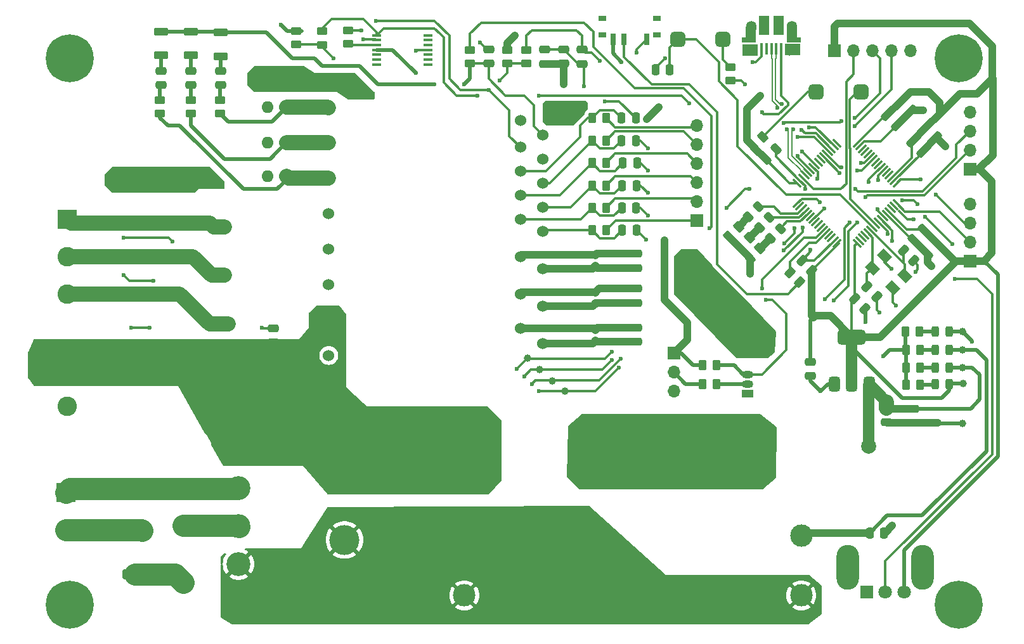
<source format=gbr>
%TF.GenerationSoftware,KiCad,Pcbnew,8.0.6*%
%TF.CreationDate,2024-12-28T02:56:51-05:00*%
%TF.ProjectId,AC_Driver_V2,41435f44-7269-4766-9572-5f56322e6b69,rev?*%
%TF.SameCoordinates,Original*%
%TF.FileFunction,Copper,L1,Top*%
%TF.FilePolarity,Positive*%
%FSLAX46Y46*%
G04 Gerber Fmt 4.6, Leading zero omitted, Abs format (unit mm)*
G04 Created by KiCad (PCBNEW 8.0.6) date 2024-12-28 02:56:51*
%MOMM*%
%LPD*%
G01*
G04 APERTURE LIST*
G04 Aperture macros list*
%AMRoundRect*
0 Rectangle with rounded corners*
0 $1 Rounding radius*
0 $2 $3 $4 $5 $6 $7 $8 $9 X,Y pos of 4 corners*
0 Add a 4 corners polygon primitive as box body*
4,1,4,$2,$3,$4,$5,$6,$7,$8,$9,$2,$3,0*
0 Add four circle primitives for the rounded corners*
1,1,$1+$1,$2,$3*
1,1,$1+$1,$4,$5*
1,1,$1+$1,$6,$7*
1,1,$1+$1,$8,$9*
0 Add four rect primitives between the rounded corners*
20,1,$1+$1,$2,$3,$4,$5,0*
20,1,$1+$1,$4,$5,$6,$7,0*
20,1,$1+$1,$6,$7,$8,$9,0*
20,1,$1+$1,$8,$9,$2,$3,0*%
%AMRotRect*
0 Rectangle, with rotation*
0 The origin of the aperture is its center*
0 $1 length*
0 $2 width*
0 $3 Rotation angle, in degrees counterclockwise*
0 Add horizontal line*
21,1,$1,$2,0,0,$3*%
G04 Aperture macros list end*
%TA.AperFunction,ComponentPad*%
%ADD10R,1.700000X1.700000*%
%TD*%
%TA.AperFunction,ComponentPad*%
%ADD11O,1.700000X1.700000*%
%TD*%
%TA.AperFunction,SMDPad,CuDef*%
%ADD12RoundRect,0.250000X-0.262500X-0.450000X0.262500X-0.450000X0.262500X0.450000X-0.262500X0.450000X0*%
%TD*%
%TA.AperFunction,ComponentPad*%
%ADD13R,1.500000X1.050000*%
%TD*%
%TA.AperFunction,ComponentPad*%
%ADD14O,1.500000X1.050000*%
%TD*%
%TA.AperFunction,SMDPad,CuDef*%
%ADD15RotRect,1.600000X1.300000X135.000000*%
%TD*%
%TA.AperFunction,SMDPad,CuDef*%
%ADD16C,1.000000*%
%TD*%
%TA.AperFunction,SMDPad,CuDef*%
%ADD17RoundRect,0.250000X0.262500X0.450000X-0.262500X0.450000X-0.262500X-0.450000X0.262500X-0.450000X0*%
%TD*%
%TA.AperFunction,SMDPad,CuDef*%
%ADD18RoundRect,0.250000X-0.475000X0.250000X-0.475000X-0.250000X0.475000X-0.250000X0.475000X0.250000X0*%
%TD*%
%TA.AperFunction,SMDPad,CuDef*%
%ADD19RoundRect,0.250000X-0.250000X-0.475000X0.250000X-0.475000X0.250000X0.475000X-0.250000X0.475000X0*%
%TD*%
%TA.AperFunction,SMDPad,CuDef*%
%ADD20RoundRect,0.250000X-0.132583X0.503814X-0.503814X0.132583X0.132583X-0.503814X0.503814X-0.132583X0*%
%TD*%
%TA.AperFunction,SMDPad,CuDef*%
%ADD21RoundRect,0.243750X0.150260X-0.494975X0.494975X-0.150260X-0.150260X0.494975X-0.494975X0.150260X0*%
%TD*%
%TA.AperFunction,ComponentPad*%
%ADD22R,1.800000X1.800000*%
%TD*%
%TA.AperFunction,ComponentPad*%
%ADD23C,1.800000*%
%TD*%
%TA.AperFunction,ComponentPad*%
%ADD24O,3.000000X6.000000*%
%TD*%
%TA.AperFunction,SMDPad,CuDef*%
%ADD25RoundRect,0.250000X-0.512652X-0.159099X-0.159099X-0.512652X0.512652X0.159099X0.159099X0.512652X0*%
%TD*%
%TA.AperFunction,SMDPad,CuDef*%
%ADD26RoundRect,0.250000X0.450000X-0.262500X0.450000X0.262500X-0.450000X0.262500X-0.450000X-0.262500X0*%
%TD*%
%TA.AperFunction,SMDPad,CuDef*%
%ADD27RoundRect,0.250000X-0.700000X0.275000X-0.700000X-0.275000X0.700000X-0.275000X0.700000X0.275000X0*%
%TD*%
%TA.AperFunction,SMDPad,CuDef*%
%ADD28RoundRect,0.250000X-1.425000X0.425000X-1.425000X-0.425000X1.425000X-0.425000X1.425000X0.425000X0*%
%TD*%
%TA.AperFunction,ComponentPad*%
%ADD29O,2.400000X2.400000*%
%TD*%
%TA.AperFunction,ComponentPad*%
%ADD30C,2.400000*%
%TD*%
%TA.AperFunction,ComponentPad*%
%ADD31C,1.600000*%
%TD*%
%TA.AperFunction,ComponentPad*%
%ADD32O,1.600000X1.600000*%
%TD*%
%TA.AperFunction,ComponentPad*%
%ADD33C,2.600000*%
%TD*%
%TA.AperFunction,ComponentPad*%
%ADD34R,2.600000X2.600000*%
%TD*%
%TA.AperFunction,SMDPad,CuDef*%
%ADD35RoundRect,0.250000X-0.450000X0.262500X-0.450000X-0.262500X0.450000X-0.262500X0.450000X0.262500X0*%
%TD*%
%TA.AperFunction,SMDPad,CuDef*%
%ADD36RoundRect,0.250000X-0.503814X-0.132583X-0.132583X-0.503814X0.503814X0.132583X0.132583X0.503814X0*%
%TD*%
%TA.AperFunction,SMDPad,CuDef*%
%ADD37RoundRect,0.243750X-0.243750X-0.456250X0.243750X-0.456250X0.243750X0.456250X-0.243750X0.456250X0*%
%TD*%
%TA.AperFunction,SMDPad,CuDef*%
%ADD38RoundRect,0.250000X0.475000X-0.250000X0.475000X0.250000X-0.475000X0.250000X-0.475000X-0.250000X0*%
%TD*%
%TA.AperFunction,SMDPad,CuDef*%
%ADD39RoundRect,0.250000X-0.159099X0.512652X-0.512652X0.159099X0.159099X-0.512652X0.512652X-0.159099X0*%
%TD*%
%TA.AperFunction,SMDPad,CuDef*%
%ADD40RoundRect,0.250000X0.159099X-0.512652X0.512652X-0.159099X-0.159099X0.512652X-0.512652X0.159099X0*%
%TD*%
%TA.AperFunction,SMDPad,CuDef*%
%ADD41RoundRect,0.250000X0.512652X0.159099X0.159099X0.512652X-0.512652X-0.159099X-0.159099X-0.512652X0*%
%TD*%
%TA.AperFunction,SMDPad,CuDef*%
%ADD42RoundRect,0.250000X0.250000X0.475000X-0.250000X0.475000X-0.250000X-0.475000X0.250000X-0.475000X0*%
%TD*%
%TA.AperFunction,ComponentPad*%
%ADD43C,0.800000*%
%TD*%
%TA.AperFunction,ComponentPad*%
%ADD44C,6.400000*%
%TD*%
%TA.AperFunction,ComponentPad*%
%ADD45C,3.200000*%
%TD*%
%TA.AperFunction,ComponentPad*%
%ADD46R,3.200000X3.200000*%
%TD*%
%TA.AperFunction,ComponentPad*%
%ADD47C,4.000000*%
%TD*%
%TA.AperFunction,ComponentPad*%
%ADD48R,4.000000X4.000000*%
%TD*%
%TA.AperFunction,ComponentPad*%
%ADD49C,1.200000*%
%TD*%
%TA.AperFunction,SMDPad,CuDef*%
%ADD50RoundRect,0.500000X0.500000X0.500000X-0.500000X0.500000X-0.500000X-0.500000X0.500000X-0.500000X0*%
%TD*%
%TA.AperFunction,SMDPad,CuDef*%
%ADD51RoundRect,0.375000X0.375000X-0.625000X0.375000X0.625000X-0.375000X0.625000X-0.375000X-0.625000X0*%
%TD*%
%TA.AperFunction,SMDPad,CuDef*%
%ADD52RoundRect,0.500000X1.400000X-0.500000X1.400000X0.500000X-1.400000X0.500000X-1.400000X-0.500000X0*%
%TD*%
%TA.AperFunction,SMDPad,CuDef*%
%ADD53R,1.000000X0.800000*%
%TD*%
%TA.AperFunction,SMDPad,CuDef*%
%ADD54R,0.700000X1.500000*%
%TD*%
%TA.AperFunction,SMDPad,CuDef*%
%ADD55R,0.400000X1.650000*%
%TD*%
%TA.AperFunction,SMDPad,CuDef*%
%ADD56R,1.825000X0.700000*%
%TD*%
%TA.AperFunction,SMDPad,CuDef*%
%ADD57R,2.000000X1.500000*%
%TD*%
%TA.AperFunction,SMDPad,CuDef*%
%ADD58R,1.350000X2.000000*%
%TD*%
%TA.AperFunction,ComponentPad*%
%ADD59O,1.350000X1.700000*%
%TD*%
%TA.AperFunction,ComponentPad*%
%ADD60O,1.100000X1.500000*%
%TD*%
%TA.AperFunction,SMDPad,CuDef*%
%ADD61R,1.430000X2.500000*%
%TD*%
%TA.AperFunction,SMDPad,CuDef*%
%ADD62RoundRect,0.500000X-0.500000X-0.500000X0.500000X-0.500000X0.500000X0.500000X-0.500000X0.500000X0*%
%TD*%
%TA.AperFunction,ComponentPad*%
%ADD63C,1.524000*%
%TD*%
%TA.AperFunction,SMDPad,CuDef*%
%ADD64R,1.200000X0.400000*%
%TD*%
%TA.AperFunction,SMDPad,CuDef*%
%ADD65RoundRect,0.075000X0.548008X0.441942X0.441942X0.548008X-0.548008X-0.441942X-0.441942X-0.548008X0*%
%TD*%
%TA.AperFunction,SMDPad,CuDef*%
%ADD66RoundRect,0.075000X0.548008X-0.441942X-0.441942X0.548008X-0.548008X0.441942X0.441942X-0.548008X0*%
%TD*%
%TA.AperFunction,ComponentPad*%
%ADD67C,3.000000*%
%TD*%
%TA.AperFunction,ComponentPad*%
%ADD68R,3.000000X3.000000*%
%TD*%
%TA.AperFunction,ViaPad*%
%ADD69C,0.600000*%
%TD*%
%TA.AperFunction,ViaPad*%
%ADD70C,2.000000*%
%TD*%
%TA.AperFunction,ViaPad*%
%ADD71C,1.000000*%
%TD*%
%TA.AperFunction,Conductor*%
%ADD72C,0.300000*%
%TD*%
%TA.AperFunction,Conductor*%
%ADD73C,1.000000*%
%TD*%
%TA.AperFunction,Conductor*%
%ADD74C,0.500000*%
%TD*%
%TA.AperFunction,Conductor*%
%ADD75C,2.000000*%
%TD*%
%TA.AperFunction,Conductor*%
%ADD76C,1.500000*%
%TD*%
%TA.AperFunction,Conductor*%
%ADD77C,3.000000*%
%TD*%
%TA.AperFunction,Conductor*%
%ADD78C,0.200000*%
%TD*%
G04 APERTURE END LIST*
D10*
%TO.P,J6,1,Pin_1*%
%TO.N,+5V*%
X111500000Y-75420000D03*
D11*
%TO.P,J6,2,Pin_2*%
%TO.N,Net-(J6-Pin_2)*%
X111500000Y-77960000D03*
%TO.P,J6,3,Pin_3*%
%TO.N,GND*%
X111500000Y-80500000D03*
%TD*%
D12*
%TO.P,R31,1*%
%TO.N,+5V*%
X115337500Y-77000000D03*
%TO.P,R31,2*%
%TO.N,Net-(Q1-C)*%
X117162500Y-77000000D03*
%TD*%
%TO.P,R27,1*%
%TO.N,Net-(J6-Pin_2)*%
X115337500Y-79500000D03*
%TO.P,R27,2*%
%TO.N,Net-(Q1-B)*%
X117162500Y-79500000D03*
%TD*%
D13*
%TO.P,Q1,1,E*%
%TO.N,GND*%
X121360000Y-80770000D03*
D14*
%TO.P,Q1,2,B*%
%TO.N,Net-(Q1-B)*%
X121360000Y-79500000D03*
%TO.P,Q1,3,C*%
%TO.N,Net-(Q1-C)*%
X121360000Y-78230000D03*
%TD*%
D15*
%TO.P,Y1,4,4*%
%TO.N,GND*%
X140680330Y-66706676D03*
%TO.P,Y1,3,3*%
%TO.N,/HSE_IN*%
X137993324Y-64019670D03*
%TO.P,Y1,2,2*%
%TO.N,GND*%
X139619670Y-62393324D03*
%TO.P,Y1,1,1*%
%TO.N,/HSE_OUT*%
X142306676Y-65080330D03*
%TD*%
D16*
%TO.P,I-U,1*%
%TO.N,I_U*%
X96900000Y-80500000D03*
%TD*%
%TO.P,I-V,1*%
%TO.N,I_V*%
X95250000Y-79150000D03*
%TD*%
%TO.P,I-W,1*%
%TO.N,I_W*%
X93550000Y-77550000D03*
%TD*%
%TO.P,I-N,1*%
%TO.N,I_N*%
X91950000Y-76100000D03*
%TD*%
%TO.P,GND,1*%
%TO.N,GND*%
X150050000Y-84750000D03*
%TD*%
%TO.P,3.3V,1*%
%TO.N,+3.3V*%
X150100000Y-79450000D03*
%TD*%
%TO.P,5V,1*%
%TO.N,+5V*%
X150050000Y-77300000D03*
%TD*%
%TO.P,15V,1*%
%TO.N,+15V*%
X150050000Y-75000000D03*
%TD*%
%TO.P,HVDC,1*%
%TO.N,+HV-DC*%
X150050000Y-72500000D03*
%TD*%
D17*
%TO.P,R7,2*%
%TO.N,GND*%
X142525000Y-79600000D03*
%TO.P,R7,1*%
%TO.N,Net-(D3.3V1-K)*%
X144350000Y-79600000D03*
%TD*%
%TO.P,R6,2*%
%TO.N,GND*%
X142487500Y-77300000D03*
%TO.P,R6,1*%
%TO.N,Net-(D5V1-K)*%
X144312500Y-77300000D03*
%TD*%
D18*
%TO.P,C43,1*%
%TO.N,+5V*%
X143500000Y-82800000D03*
%TO.P,C43,2*%
%TO.N,GND*%
X143500000Y-84700000D03*
%TD*%
D19*
%TO.P,C42,1*%
%TO.N,+15V*%
X137650000Y-99400000D03*
%TO.P,C42,2*%
%TO.N,GND*%
X139550000Y-99400000D03*
%TD*%
D20*
%TO.P,R30,1*%
%TO.N,Net-(LD3-K)*%
X122945235Y-61454765D03*
%TO.P,R30,2*%
%TO.N,GND*%
X121654765Y-62745235D03*
%TD*%
%TO.P,R29,1*%
%TO.N,Net-(LD2-K)*%
X121545235Y-59954765D03*
%TO.P,R29,2*%
%TO.N,GND*%
X120254765Y-61245235D03*
%TD*%
D21*
%TO.P,LD3,1,K*%
%TO.N,Net-(LD3-K)*%
X124400000Y-60100000D03*
%TO.P,LD3,2,A*%
%TO.N,Net-(LD3-A)*%
X125725826Y-58774174D03*
%TD*%
%TO.P,LD2,1,K*%
%TO.N,Net-(LD2-K)*%
X122900000Y-58600000D03*
%TO.P,LD2,2,A*%
%TO.N,Net-(LD2-A)*%
X124225826Y-57274174D03*
%TD*%
D20*
%TO.P,R28,1*%
%TO.N,Net-(LD1-K)*%
X120100000Y-58500000D03*
%TO.P,R28,2*%
%TO.N,GND*%
X118809530Y-59790470D03*
%TD*%
D21*
%TO.P,LD1,1,K*%
%TO.N,Net-(LD1-K)*%
X121437087Y-57162913D03*
%TO.P,LD1,2,A*%
%TO.N,Net-(LD1-A)*%
X122762913Y-55837087D03*
%TD*%
D22*
%TO.P,R26,1*%
%TO.N,GND*%
X137200000Y-107300000D03*
D23*
%TO.P,R26,2*%
%TO.N,Net-(U4-PC3)*%
X139700000Y-107300000D03*
%TO.P,R26,3*%
%TO.N,+3.3V*%
X142200000Y-107300000D03*
D24*
%TO.P,R26,SH1*%
%TO.N,N/C*%
X134700000Y-104000000D03*
%TO.P,R26,SH2*%
X144700000Y-104000000D03*
%TD*%
D25*
%TO.P,C41,1*%
%TO.N,+3.3V*%
X135656498Y-68106498D03*
%TO.P,C41,2*%
%TO.N,GND*%
X137000000Y-69450000D03*
%TD*%
D26*
%TO.P,R25,2*%
%TO.N,Net-(C40-Pad2)*%
X50890000Y-41575000D03*
%TO.P,R25,1*%
%TO.N,Net-(U1-IGCM04F60GAXKMA1-NW)*%
X50890000Y-43400000D03*
%TD*%
%TO.P,R24,2*%
%TO.N,Net-(C39-Pad2)*%
X46950000Y-41575000D03*
%TO.P,R24,1*%
%TO.N,Net-(U1-IGCM04F60GAXKMA1-NV)*%
X46950000Y-43400000D03*
%TD*%
%TO.P,R23,2*%
%TO.N,Net-(C38-Pad2)*%
X42850000Y-41575000D03*
%TO.P,R23,1*%
%TO.N,Net-(U1-IGCM04F60GAXKMA1-NU)*%
X42850000Y-43400000D03*
%TD*%
D27*
%TO.P,D3,2,A*%
%TO.N,Net-(D3-A)*%
X51000000Y-35725000D03*
%TO.P,D3,1,K*%
%TO.N,/ITRIP*%
X51000000Y-32575000D03*
%TD*%
%TO.P,D2,2,A*%
%TO.N,Net-(D2-A)*%
X47000000Y-35575000D03*
%TO.P,D2,1,K*%
%TO.N,/ITRIP*%
X47000000Y-32425000D03*
%TD*%
%TO.P,D1,2,A*%
%TO.N,Net-(D1-A)*%
X43000000Y-35575000D03*
%TO.P,D1,1,K*%
%TO.N,/ITRIP*%
X43000000Y-32425000D03*
%TD*%
D18*
%TO.P,C40,2*%
%TO.N,Net-(C40-Pad2)*%
X51000000Y-39575000D03*
%TO.P,C40,1*%
%TO.N,Net-(D3-A)*%
X51000000Y-37675000D03*
%TD*%
%TO.P,C39,2*%
%TO.N,Net-(C39-Pad2)*%
X47000000Y-39575000D03*
%TO.P,C39,1*%
%TO.N,Net-(D2-A)*%
X47000000Y-37675000D03*
%TD*%
%TO.P,C38,2*%
%TO.N,Net-(C38-Pad2)*%
X43000000Y-39575000D03*
%TO.P,C38,1*%
%TO.N,Net-(D1-A)*%
X43000000Y-37675000D03*
%TD*%
D28*
%TO.P,F1,1*%
%TO.N,Net-(J1-120VAC1-Pin_2)*%
X39500000Y-99100000D03*
%TO.P,F1,2*%
%TO.N,Net-(F1-Pad2)*%
X39500000Y-104900000D03*
%TD*%
D29*
%TO.P,TH1,2*%
%TO.N,Net-(DB1-Pad3)*%
X46000000Y-98380000D03*
D30*
%TO.P,TH1,1*%
%TO.N,Net-(F1-Pad2)*%
X46000000Y-106000000D03*
%TD*%
D31*
%TO.P,R18,1*%
%TO.N,Net-(U1-IGCM04F60GAXKMA1-NU)*%
X59790000Y-51750000D03*
D32*
%TO.P,R18,2*%
%TO.N,/I_N+*%
X57250000Y-51750000D03*
%TD*%
D31*
%TO.P,R22,1*%
%TO.N,Net-(U1-IGCM04F60GAXKMA1-NW)*%
X59790000Y-42500000D03*
D32*
%TO.P,R22,2*%
%TO.N,/I_N+*%
X57250000Y-42500000D03*
%TD*%
D31*
%TO.P,R21,1*%
%TO.N,Net-(U1-IGCM04F60GAXKMA1-NV)*%
X59790000Y-47250000D03*
D32*
%TO.P,R21,2*%
%TO.N,/I_N+*%
X57250000Y-47250000D03*
%TD*%
D33*
%TO.P,J2-HVDC2,2,Pin_2*%
%TO.N,GND*%
X30500000Y-82500000D03*
D34*
%TO.P,J2-HVDC2,1,Pin_1*%
%TO.N,+HV-DC*%
X30500000Y-77500000D03*
%TD*%
D35*
%TO.P,R20,1*%
%TO.N,/VFO*%
X68000000Y-32255907D03*
%TO.P,R20,2*%
%TO.N,Net-(U3A-+)*%
X68000000Y-34080907D03*
%TD*%
%TO.P,R19,1*%
%TO.N,GND*%
X61000000Y-32349907D03*
%TO.P,R19,2*%
%TO.N,Net-(U3A--)*%
X61000000Y-34174907D03*
%TD*%
D26*
%TO.P,R17,1*%
%TO.N,Net-(U3A--)*%
X64500000Y-34224907D03*
%TO.P,R17,2*%
%TO.N,T Monitor*%
X64500000Y-32399907D03*
%TD*%
%TO.P,R16,1*%
%TO.N,/ITRIP*%
X84261993Y-36724907D03*
%TO.P,R16,2*%
%TO.N,ShutDown*%
X84261993Y-34899907D03*
%TD*%
%TO.P,R15,1*%
%TO.N,/VFO*%
X91761993Y-36724907D03*
%TO.P,R15,2*%
%TO.N,Fault*%
X91761993Y-34899907D03*
%TD*%
%TO.P,R14,1*%
%TO.N,/VFO*%
X89261993Y-36724907D03*
%TO.P,R14,2*%
%TO.N,+3.3V*%
X89261993Y-34899907D03*
%TD*%
D12*
%TO.P,R13,2*%
%TO.N,W-Lo*%
X102412500Y-44000000D03*
%TO.P,R13,1*%
%TO.N,/W_Lo*%
X100587500Y-44000000D03*
%TD*%
%TO.P,R12,2*%
%TO.N,V-Lo*%
X102412500Y-47000000D03*
%TO.P,R12,1*%
%TO.N,/V_Lo*%
X100587500Y-47000000D03*
%TD*%
%TO.P,R11,2*%
%TO.N,U-Lo*%
X102412500Y-50000000D03*
%TO.P,R11,1*%
%TO.N,/U_Lo*%
X100587500Y-50000000D03*
%TD*%
%TO.P,R10,1*%
%TO.N,/V_Hi*%
X100587500Y-56000000D03*
%TO.P,R10,2*%
%TO.N,V-Hi*%
X102412500Y-56000000D03*
%TD*%
%TO.P,R9,1*%
%TO.N,/U_Hi*%
X100587500Y-59000000D03*
%TO.P,R9,2*%
%TO.N,U-Hi*%
X102412500Y-59000000D03*
%TD*%
%TO.P,R8,2*%
%TO.N,W-Hi*%
X102412500Y-53000000D03*
%TO.P,R8,1*%
%TO.N,/W_Hi*%
X100587500Y-53000000D03*
%TD*%
D20*
%TO.P,R5,2*%
%TO.N,+3.3V*%
X122105618Y-47772667D03*
%TO.P,R5,1*%
%TO.N,Net-(R5-Pad1)*%
X123396088Y-46482197D03*
%TD*%
D36*
%TO.P,R4,2*%
%TO.N,/sw_boot0*%
X128300000Y-65900000D03*
%TO.P,R4,1*%
%TO.N,/Boot0*%
X127009530Y-64609530D03*
%TD*%
D17*
%TO.P,R3,2*%
%TO.N,GND*%
X142487500Y-75000000D03*
%TO.P,R3,1*%
%TO.N,Net-(D15V1-K)*%
X144312500Y-75000000D03*
%TD*%
%TO.P,R2,2*%
%TO.N,GND*%
X142425000Y-72500000D03*
%TO.P,R2,1*%
%TO.N,Net-(DHVDC1-K)*%
X144250000Y-72500000D03*
%TD*%
D35*
%TO.P,R1,2*%
%TO.N,+3.3V*%
X119000000Y-39000000D03*
%TO.P,R1,1*%
%TO.N,Net-(R1-Pad1)*%
X119000000Y-37175000D03*
%TD*%
D37*
%TO.P,DHVDC1,2,A*%
%TO.N,+HV-DC*%
X148237500Y-72500000D03*
%TO.P,DHVDC1,1,K*%
%TO.N,Net-(DHVDC1-K)*%
X146362500Y-72500000D03*
%TD*%
%TO.P,D15V1,1,K*%
%TO.N,Net-(D15V1-K)*%
X146362500Y-75000000D03*
%TO.P,D15V1,2,A*%
%TO.N,+15V*%
X148237500Y-75000000D03*
%TD*%
%TO.P,D5V1,2,A*%
%TO.N,+5V*%
X148237500Y-77300000D03*
%TO.P,D5V1,1,K*%
%TO.N,Net-(D5V1-K)*%
X146362500Y-77300000D03*
%TD*%
%TO.P,D3.3V1,2,A*%
%TO.N,+3.3V*%
X148237500Y-79500000D03*
%TO.P,D3.3V1,1,K*%
%TO.N,Net-(D3.3V1-K)*%
X146362500Y-79500000D03*
%TD*%
D38*
%TO.P,C34,1*%
%TO.N,/ITRIP*%
X86761993Y-36712407D03*
%TO.P,C34,2*%
%TO.N,GND*%
X86761993Y-34812407D03*
%TD*%
%TO.P,C33,1*%
%TO.N,Net-(U1-IGCM04F60GAXKMA1-VS(W))*%
X106500000Y-64000000D03*
%TO.P,C33,2*%
%TO.N,Net-(U1-IGCM04F60GAXKMA1-VB(W))*%
X106500000Y-62100000D03*
%TD*%
%TO.P,C32,1*%
%TO.N,Net-(U1-IGCM04F60GAXKMA1-VS(V))*%
X106500000Y-68675000D03*
%TO.P,C32,2*%
%TO.N,Net-(U1-IGCM04F60GAXKMA1-VB(V))*%
X106500000Y-66775000D03*
%TD*%
%TO.P,C31,1*%
%TO.N,Net-(U1-IGCM04F60GAXKMA1-VS(U))*%
X106500000Y-73900000D03*
%TO.P,C31,2*%
%TO.N,Net-(U1-IGCM04F60GAXKMA1-VB(U))*%
X106500000Y-72000000D03*
%TD*%
%TO.P,C30,1*%
%TO.N,+15V*%
X96750000Y-36700000D03*
%TO.P,C30,2*%
%TO.N,GND*%
X96750000Y-34800000D03*
%TD*%
%TO.P,C26,1*%
%TO.N,+15V*%
X94250000Y-36750000D03*
%TO.P,C26,2*%
%TO.N,GND*%
X94250000Y-34850000D03*
%TD*%
%TO.P,C25,1*%
%TO.N,+HV-DC*%
X58000000Y-73950000D03*
%TO.P,C25,2*%
%TO.N,GND*%
X58000000Y-72050000D03*
%TD*%
D19*
%TO.P,C24,2*%
%TO.N,GND*%
X106387500Y-44000000D03*
%TO.P,C24,1*%
%TO.N,/W_Lo*%
X104487500Y-44000000D03*
%TD*%
%TO.P,C23,2*%
%TO.N,GND*%
X106387500Y-47000000D03*
%TO.P,C23,1*%
%TO.N,/V_Lo*%
X104487500Y-47000000D03*
%TD*%
%TO.P,C22,2*%
%TO.N,GND*%
X106562500Y-50000000D03*
%TO.P,C22,1*%
%TO.N,/U_Lo*%
X104662500Y-50000000D03*
%TD*%
%TO.P,C21,2*%
%TO.N,GND*%
X106487500Y-53000000D03*
%TO.P,C21,1*%
%TO.N,/W_Hi*%
X104587500Y-53000000D03*
%TD*%
%TO.P,C20,1*%
%TO.N,/V_Hi*%
X104537500Y-56000000D03*
%TO.P,C20,2*%
%TO.N,GND*%
X106437500Y-56000000D03*
%TD*%
%TO.P,C19,1*%
%TO.N,/U_Hi*%
X104587500Y-59000000D03*
%TO.P,C19,2*%
%TO.N,GND*%
X106487500Y-59000000D03*
%TD*%
D18*
%TO.P,C18,1*%
%TO.N,Fault*%
X99250000Y-34850000D03*
%TO.P,C18,2*%
%TO.N,GND*%
X99250000Y-36750000D03*
%TD*%
D25*
%TO.P,C16,2*%
%TO.N,GND*%
X143250000Y-43000000D03*
%TO.P,C16,1*%
%TO.N,+3.3V*%
X141906498Y-41656498D03*
%TD*%
%TO.P,C15,2*%
%TO.N,GND*%
X141250000Y-45000000D03*
%TO.P,C15,1*%
%TO.N,+3.3V*%
X139906498Y-43656498D03*
%TD*%
D39*
%TO.P,C14,2*%
%TO.N,GND*%
X143406498Y-60199568D03*
%TO.P,C14,1*%
%TO.N,+3.3V*%
X144750000Y-58856066D03*
%TD*%
%TO.P,C13,2*%
%TO.N,GND*%
X145406498Y-62199568D03*
%TO.P,C13,1*%
%TO.N,+3.3V*%
X146750000Y-60856066D03*
%TD*%
D40*
%TO.P,C12,1*%
%TO.N,+3.3V*%
X123750000Y-49500000D03*
%TO.P,C12,2*%
%TO.N,GND*%
X125093502Y-48156498D03*
%TD*%
D25*
%TO.P,C11,1*%
%TO.N,+3.3V*%
X145234747Y-45184315D03*
%TO.P,C11,2*%
%TO.N,GND*%
X146578249Y-46527817D03*
%TD*%
D41*
%TO.P,C10,1*%
%TO.N,+3.3V*%
X129906498Y-64356066D03*
%TO.P,C10,2*%
%TO.N,GND*%
X128562996Y-63012564D03*
%TD*%
D18*
%TO.P,C9,1*%
%TO.N,+3.3V*%
X129700000Y-76550000D03*
%TO.P,C9,2*%
%TO.N,GND*%
X129700000Y-78450000D03*
%TD*%
D25*
%TO.P,C7,2*%
%TO.N,GND*%
X144578249Y-48527817D03*
%TO.P,C7,1*%
%TO.N,+3.3V*%
X143234747Y-47184315D03*
%TD*%
%TO.P,C4,2*%
%TO.N,GND*%
X143500000Y-63050000D03*
%TO.P,C4,1*%
%TO.N,/HSE_OUT*%
X142156498Y-61706498D03*
%TD*%
%TO.P,C3,2*%
%TO.N,GND*%
X138621751Y-67821751D03*
%TO.P,C3,1*%
%TO.N,/HSE_IN*%
X137278249Y-66478249D03*
%TD*%
D42*
%TO.P,C2,2*%
%TO.N,GND*%
X109050001Y-37500000D03*
%TO.P,C2,1*%
%TO.N,/NRST*%
X110949999Y-37500000D03*
%TD*%
D33*
%TO.P,J1-120VAC1,2,Pin_2*%
%TO.N,Net-(J1-120VAC1-Pin_2)*%
X30300000Y-99000000D03*
D34*
%TO.P,J1-120VAC1,1,Pin_1*%
%TO.N,Net-(J1-120VAC1-Pin_1)*%
X30300000Y-94000000D03*
%TD*%
%TO.P,MOTOR1,1,U*%
%TO.N,/I_W-*%
X30500000Y-57500000D03*
D33*
%TO.P,MOTOR1,2,V*%
%TO.N,/I_V-*%
X30500000Y-62500000D03*
%TO.P,MOTOR1,3,W*%
%TO.N,/I_U-*%
X30500000Y-67500000D03*
%TD*%
D43*
%TO.P,H4,1*%
%TO.N,N/C*%
X151900000Y-109000000D03*
X151197056Y-110697056D03*
X151197056Y-107302944D03*
X149500000Y-111400000D03*
D44*
X149500000Y-109000000D03*
D43*
X149500000Y-106600000D03*
X147802944Y-110697056D03*
X147802944Y-107302944D03*
X147100000Y-109000000D03*
%TD*%
%TO.P,H3,1*%
%TO.N,N/C*%
X28400000Y-109000000D03*
X29102944Y-107302944D03*
X29102944Y-110697056D03*
X30800000Y-106600000D03*
D44*
X30800000Y-109000000D03*
D43*
X30800000Y-111400000D03*
X32497056Y-107302944D03*
X32497056Y-110697056D03*
X33200000Y-109000000D03*
%TD*%
%TO.P,H2,1*%
%TO.N,N/C*%
X147100000Y-36000000D03*
X147802944Y-34302944D03*
X147802944Y-37697056D03*
X149500000Y-33600000D03*
D44*
X149500000Y-36000000D03*
D43*
X149500000Y-38400000D03*
X151197056Y-34302944D03*
X151197056Y-37697056D03*
X151900000Y-36000000D03*
%TD*%
%TO.P,H1,1*%
%TO.N,N/C*%
X28400000Y-36000000D03*
X29102944Y-34302944D03*
X29102944Y-37697056D03*
X30800000Y-33600000D03*
D44*
X30800000Y-36000000D03*
D43*
X30800000Y-38400000D03*
X32497056Y-34302944D03*
X32497056Y-37697056D03*
X33200000Y-36000000D03*
%TD*%
D45*
%TO.P,DB1,4,-*%
%TO.N,GND*%
X53350000Y-103590000D03*
%TO.P,DB1,3*%
%TO.N,Net-(DB1-Pad3)*%
X53350000Y-98510000D03*
%TO.P,DB1,2*%
%TO.N,Net-(J1-120VAC1-Pin_1)*%
X53350000Y-93430000D03*
D46*
%TO.P,DB1,1,+*%
%TO.N,+HV-DC*%
X53350000Y-88350000D03*
%TD*%
D47*
%TO.P,C1,2*%
%TO.N,GND*%
X67500000Y-100342169D03*
D48*
%TO.P,C1,1*%
%TO.N,+HV-DC*%
X67500000Y-90342169D03*
%TD*%
D49*
%TO.P,C28,1*%
%TO.N,Net-(U1-IGCM04F60GAXKMA1-VS(V))*%
X101000000Y-68750000D03*
%TO.P,C28,2*%
%TO.N,Net-(U1-IGCM04F60GAXKMA1-VB(V))*%
X101000000Y-67250000D03*
%TD*%
D50*
%TO.P,SW1,2,2*%
%TO.N,/NRST*%
X112000000Y-33500000D03*
%TO.P,SW1,1,1*%
%TO.N,Net-(R1-Pad1)*%
X118000000Y-33500000D03*
%TD*%
D11*
%TO.P,J2,4,Pin_4*%
%TO.N,GND*%
X151000000Y-43210000D03*
%TO.P,J2,3,Pin_3*%
%TO.N,/USART6_RX*%
X151000000Y-45750000D03*
%TO.P,J2,2,Pin_2*%
%TO.N,/USART6_TX*%
X151000000Y-48290000D03*
D10*
%TO.P,J2,1,Pin_1*%
%TO.N,+3.3V*%
X151000000Y-50830000D03*
%TD*%
D49*
%TO.P,C27,1*%
%TO.N,Net-(U1-IGCM04F60GAXKMA1-VS(U))*%
X101000000Y-73750000D03*
%TO.P,C27,2*%
%TO.N,Net-(U1-IGCM04F60GAXKMA1-VB(U))*%
X101000000Y-72250000D03*
%TD*%
D51*
%TO.P,U2,1,GND*%
%TO.N,GND*%
X132950000Y-79550000D03*
%TO.P,U2,2,VO*%
%TO.N,+3.3V*%
X135250000Y-79550000D03*
D52*
X135250000Y-73250000D03*
D51*
%TO.P,U2,3,VI*%
%TO.N,+5V*%
X137550000Y-79550000D03*
%TD*%
D53*
%TO.P,SW2,*%
%TO.N,*%
X109250000Y-32855000D03*
X109250000Y-30645000D03*
X101950000Y-32855000D03*
X101950000Y-30645000D03*
D54*
%TO.P,SW2,1,A*%
%TO.N,GND*%
X107850000Y-33505000D03*
%TO.P,SW2,2,B*%
%TO.N,/sw_boot0*%
X104850000Y-33505000D03*
%TO.P,SW2,3,C*%
%TO.N,+3.3V*%
X103350000Y-33505000D03*
%TD*%
D10*
%TO.P,J5,1,Pin_1*%
%TO.N,+3.3V*%
X151000000Y-63080000D03*
D11*
%TO.P,J5,2,Pin_2*%
%TO.N,/USART2_TX*%
X151000000Y-60540000D03*
%TO.P,J5,3,Pin_3*%
%TO.N,/USART2_RX*%
X151000000Y-58000000D03*
%TO.P,J5,4,Pin_4*%
%TO.N,GND*%
X151000000Y-55460000D03*
%TD*%
%TO.P,J4,5,Pin_5*%
%TO.N,GND*%
X143085000Y-35000000D03*
%TO.P,J4,4,Pin_4*%
%TO.N,/SWO*%
X140545000Y-35000000D03*
%TO.P,J4,3,Pin_3*%
%TO.N,/SWCLK*%
X138005000Y-35000000D03*
%TO.P,J4,2,Pin_2*%
%TO.N,/SWDIO*%
X135465000Y-35000000D03*
D10*
%TO.P,J4,1,Pin_1*%
%TO.N,+3.3V*%
X132925000Y-35000000D03*
%TD*%
D55*
%TO.P,J3,1,VBUS*%
%TO.N,+5V*%
X125825000Y-34765000D03*
%TO.P,J3,2,D-*%
%TO.N,/USB-*%
X125175000Y-34765000D03*
%TO.P,J3,3,D+*%
%TO.N,/USB+*%
X124525000Y-34765000D03*
%TO.P,J3,4,ID*%
%TO.N,unconnected-(J3-ID-Pad4)*%
X123875000Y-34765000D03*
%TO.P,J3,5,GND*%
%TO.N,GND*%
X123225000Y-34765000D03*
D56*
%TO.P,J3,6,Shield*%
%TO.N,unconnected-(J3-Shield-Pad6)_10*%
X127475000Y-33565000D03*
D57*
%TO.N,unconnected-(J3-Shield-Pad6)_6*%
X127375000Y-34865000D03*
D58*
%TO.N,unconnected-(J3-Shield-Pad6)_8*%
X127255000Y-32815000D03*
D59*
%TO.N,unconnected-(J3-Shield-Pad6)_9*%
X127255000Y-31885000D03*
D60*
%TO.N,unconnected-(J3-Shield-Pad6)_2*%
X126945000Y-34885000D03*
D61*
%TO.N,unconnected-(J3-Shield-Pad6)_11*%
X125485000Y-31615000D03*
%TO.N,unconnected-(J3-Shield-Pad6)_4*%
X123565000Y-31615000D03*
D60*
%TO.N,unconnected-(J3-Shield-Pad6)_7*%
X122105000Y-34885000D03*
D59*
%TO.N,unconnected-(J3-Shield-Pad6)*%
X121795000Y-31885000D03*
D58*
%TO.N,unconnected-(J3-Shield-Pad6)_5*%
X121775000Y-32815000D03*
D57*
%TO.N,unconnected-(J3-Shield-Pad6)_1*%
X121625000Y-34885000D03*
D56*
%TO.N,unconnected-(J3-Shield-Pad6)_3*%
X121525000Y-33565000D03*
%TD*%
D49*
%TO.P,C29,1*%
%TO.N,Net-(U1-IGCM04F60GAXKMA1-VS(W))*%
X101000000Y-63750000D03*
%TO.P,C29,2*%
%TO.N,Net-(U1-IGCM04F60GAXKMA1-VB(W))*%
X101000000Y-62250000D03*
%TD*%
D62*
%TO.P,SW3,1,1*%
%TO.N,Net-(R5-Pad1)*%
X130500000Y-40500000D03*
%TO.P,SW3,2,2*%
%TO.N,Net-(U4-PC0)*%
X136500000Y-40500000D03*
%TD*%
D63*
%TO.P,U1-IGCM04F60GAXKMA1,1,VS(U)*%
%TO.N,Net-(U1-IGCM04F60GAXKMA1-VS(U))*%
X94000000Y-74100000D03*
%TO.P,U1-IGCM04F60GAXKMA1,2,VB(U)*%
%TO.N,Net-(U1-IGCM04F60GAXKMA1-VB(U))*%
X91000000Y-72100000D03*
%TO.P,U1-IGCM04F60GAXKMA1,3,VS(V)*%
%TO.N,Net-(U1-IGCM04F60GAXKMA1-VS(V))*%
X94000000Y-69100000D03*
%TO.P,U1-IGCM04F60GAXKMA1,4,VB(V)*%
%TO.N,Net-(U1-IGCM04F60GAXKMA1-VB(V))*%
X91000000Y-67500000D03*
%TO.P,U1-IGCM04F60GAXKMA1,5,VS(W)*%
%TO.N,Net-(U1-IGCM04F60GAXKMA1-VS(W))*%
X94000000Y-64100000D03*
%TO.P,U1-IGCM04F60GAXKMA1,6,VB(W)*%
%TO.N,Net-(U1-IGCM04F60GAXKMA1-VB(W))*%
X91000000Y-62500000D03*
%TO.P,U1-IGCM04F60GAXKMA1,7,HIN(U)*%
%TO.N,/U_Hi*%
X94000000Y-59100000D03*
%TO.P,U1-IGCM04F60GAXKMA1,8,HIN(V)*%
%TO.N,/V_Hi*%
X91000000Y-57500000D03*
%TO.P,U1-IGCM04F60GAXKMA1,9,HIN(W)*%
%TO.N,/W_Hi*%
X94000000Y-55900000D03*
%TO.P,U1-IGCM04F60GAXKMA1,10,LIN(U)*%
%TO.N,/U_Lo*%
X91000000Y-54300000D03*
%TO.P,U1-IGCM04F60GAXKMA1,11,LIN(V)*%
%TO.N,/V_Lo*%
X94000000Y-52700000D03*
%TO.P,U1-IGCM04F60GAXKMA1,12,LIN(W)*%
%TO.N,/W_Lo*%
X91000000Y-51100000D03*
%TO.P,U1-IGCM04F60GAXKMA1,13,VDD*%
%TO.N,+15V*%
X94000000Y-49500000D03*
%TO.P,U1-IGCM04F60GAXKMA1,14,VFO*%
%TO.N,/VFO*%
X91000000Y-47900000D03*
%TO.P,U1-IGCM04F60GAXKMA1,15,ITRIP*%
%TO.N,/ITRIP*%
X94000000Y-46300000D03*
%TO.P,U1-IGCM04F60GAXKMA1,16,VSS*%
%TO.N,GND*%
X91000000Y-44300000D03*
%TO.P,U1-IGCM04F60GAXKMA1,17,NW*%
%TO.N,Net-(U1-IGCM04F60GAXKMA1-NW)*%
X65400000Y-42590000D03*
%TO.P,U1-IGCM04F60GAXKMA1,18,NV*%
%TO.N,Net-(U1-IGCM04F60GAXKMA1-NV)*%
X65400000Y-47320000D03*
%TO.P,U1-IGCM04F60GAXKMA1,19,NU*%
%TO.N,Net-(U1-IGCM04F60GAXKMA1-NU)*%
X65400000Y-52050000D03*
%TO.P,U1-IGCM04F60GAXKMA1,20,W*%
%TO.N,/I_W+*%
X65400000Y-56780000D03*
%TO.P,U1-IGCM04F60GAXKMA1,21,V*%
%TO.N,/I_V+*%
X65400000Y-61510000D03*
%TO.P,U1-IGCM04F60GAXKMA1,22,U*%
%TO.N,/I_U+*%
X65400000Y-66240000D03*
%TO.P,U1-IGCM04F60GAXKMA1,23,P*%
%TO.N,+HV-DC*%
X65400000Y-70970000D03*
%TO.P,U1-IGCM04F60GAXKMA1,24,NC*%
%TO.N,unconnected-(U1-IGCM04F60GAXKMA1-NC-Pad24)*%
X65400000Y-75700000D03*
%TD*%
D64*
%TO.P,U3,14*%
%TO.N,N/C*%
X78661993Y-32949907D03*
%TO.P,U3,13*%
X78661993Y-33599907D03*
%TO.P,U3,12*%
X78661993Y-34249907D03*
%TO.P,U3,11,V-*%
%TO.N,GND*%
X78661993Y-34899907D03*
%TO.P,U3,10*%
%TO.N,N/C*%
X78661993Y-35549907D03*
%TO.P,U3,9*%
X78661993Y-36199907D03*
%TO.P,U3,8*%
X78661993Y-36849907D03*
%TO.P,U3,7*%
X71761993Y-36849907D03*
%TO.P,U3,6*%
X71761993Y-36199907D03*
%TO.P,U3,5*%
X71761993Y-35549907D03*
%TO.P,U3,4,V+*%
%TO.N,+5V*%
X71761993Y-34899907D03*
%TO.P,U3,3,+*%
%TO.N,Net-(U3A-+)*%
X71761993Y-34249907D03*
%TO.P,U3,2,-*%
%TO.N,Net-(U3A--)*%
X71761993Y-33599907D03*
%TO.P,U3,1*%
%TO.N,T Monitor*%
X71761993Y-32949907D03*
%TD*%
D65*
%TO.P,U4,64,VDD*%
%TO.N,+3.3V*%
X133244618Y-60717299D03*
%TO.P,U4,63,VSS*%
%TO.N,GND*%
X132891065Y-60363745D03*
%TO.P,U4,62,PB9*%
%TO.N,unconnected-(U4-PB9-Pad62)*%
X132537512Y-60010192D03*
%TO.P,U4,61,PB8*%
%TO.N,unconnected-(U4-PB8-Pad61)*%
X132183958Y-59656638D03*
%TO.P,U4,60,BOOT0*%
%TO.N,/Boot0*%
X131830405Y-59303084D03*
%TO.P,U4,59,PB7*%
%TO.N,Net-(Q1-C)*%
X131476851Y-58949532D03*
%TO.P,U4,58,PB6*%
%TO.N,unconnected-(U4-PB6-Pad58)*%
X131123298Y-58595978D03*
%TO.P,U4,57,PB5*%
%TO.N,unconnected-(U4-PB5-Pad57)*%
X130769745Y-58242425D03*
%TO.P,U4,56,PB4*%
%TO.N,unconnected-(U4-PB4-Pad56)*%
X130416191Y-57888872D03*
%TO.P,U4,55,PB3*%
%TO.N,/SWO*%
X130062638Y-57535318D03*
%TO.P,U4,54,PD2*%
%TO.N,unconnected-(U4-PD2-Pad54)*%
X129709084Y-57181765D03*
%TO.P,U4,53,PC12*%
%TO.N,Net-(LD3-A)*%
X129355531Y-56828211D03*
%TO.P,U4,52,PC11*%
%TO.N,Net-(LD2-A)*%
X129001978Y-56474658D03*
%TO.P,U4,51,PC10*%
%TO.N,Net-(LD1-A)*%
X128648424Y-56121105D03*
%TO.P,U4,50,PA15*%
%TO.N,unconnected-(U4-PA15-Pad50)*%
X128294871Y-55767552D03*
%TO.P,U4,49,PA14*%
%TO.N,/SWCLK*%
X127941317Y-55413997D03*
D66*
%TO.P,U4,48,VDD*%
%TO.N,+3.3V*%
X127941317Y-52691636D03*
%TO.P,U4,47,VSS*%
%TO.N,GND*%
X128294871Y-52338083D03*
%TO.P,U4,46,PA13*%
%TO.N,/SWDIO*%
X128648424Y-51984530D03*
%TO.P,U4,45,PA12*%
%TO.N,/USB+*%
X129001978Y-51630976D03*
%TO.P,U4,44,PA11*%
%TO.N,/USB-*%
X129355532Y-51277423D03*
%TO.P,U4,43,PA10*%
%TO.N,W-Hi*%
X129709084Y-50923869D03*
%TO.P,U4,42,PA9*%
%TO.N,V-Hi*%
X130062638Y-50570316D03*
%TO.P,U4,41,PA8*%
%TO.N,U-Hi*%
X130416191Y-50216763D03*
%TO.P,U4,40,PC9*%
%TO.N,unconnected-(U4-PC9-Pad40)*%
X130769744Y-49863209D03*
%TO.P,U4,39,PC8*%
%TO.N,unconnected-(U4-PC8-Pad39)*%
X131123298Y-49509656D03*
%TO.P,U4,38,PC7*%
%TO.N,/USART6_RX*%
X131476851Y-49156102D03*
%TO.P,U4,37,PC6*%
%TO.N,/USART6_TX*%
X131830405Y-48802549D03*
%TO.P,U4,36,PB15*%
%TO.N,W-Lo*%
X132183958Y-48448996D03*
%TO.P,U4,35,PB14*%
%TO.N,V-Lo*%
X132537511Y-48095442D03*
%TO.P,U4,34,PB13*%
%TO.N,U-Lo*%
X132891064Y-47741889D03*
%TO.P,U4,33,PB12*%
%TO.N,unconnected-(U4-PB12-Pad33)*%
X133244619Y-47388335D03*
D65*
%TO.P,U4,32,VDD*%
%TO.N,+3.3V*%
X135966980Y-47388335D03*
%TO.P,U4,31,VSS*%
%TO.N,GND*%
X136320533Y-47741889D03*
%TO.P,U4,30,VCAP1*%
%TO.N,unconnected-(U4-VCAP1-Pad30)*%
X136674086Y-48095442D03*
%TO.P,U4,29,PB10*%
%TO.N,unconnected-(U4-PB10-Pad29)*%
X137027640Y-48448996D03*
%TO.P,U4,28,PB2*%
%TO.N,unconnected-(U4-PB2-Pad28)*%
X137381193Y-48802550D03*
%TO.P,U4,27,PB1*%
%TO.N,I_N*%
X137734747Y-49156102D03*
%TO.P,U4,26,PB0*%
%TO.N,I_W*%
X138088300Y-49509656D03*
%TO.P,U4,25,PC5*%
%TO.N,unconnected-(U4-PC5-Pad25)*%
X138441853Y-49863209D03*
%TO.P,U4,24,PC4*%
%TO.N,unconnected-(U4-PC4-Pad24)*%
X138795407Y-50216762D03*
%TO.P,U4,23,PA7*%
%TO.N,I_V*%
X139148960Y-50570316D03*
%TO.P,U4,22,PA6*%
%TO.N,I_U*%
X139502514Y-50923869D03*
%TO.P,U4,21,PA5*%
%TO.N,unconnected-(U4-PA5-Pad21)*%
X139856067Y-51277423D03*
%TO.P,U4,20,PA4*%
%TO.N,unconnected-(U4-PA4-Pad20)*%
X140209620Y-51630976D03*
%TO.P,U4,19,VDD*%
%TO.N,+3.3V*%
X140563174Y-51984529D03*
%TO.P,U4,18,VSS*%
%TO.N,GND*%
X140916727Y-52338082D03*
%TO.P,U4,17,PA3*%
%TO.N,/USART2_RX*%
X141270281Y-52691637D03*
D66*
%TO.P,U4,16,PA2*%
%TO.N,/USART2_TX*%
X141270281Y-55413998D03*
%TO.P,U4,15,PA1*%
%TO.N,T Monitor*%
X140916727Y-55767551D03*
%TO.P,U4,14,PA0*%
%TO.N,unconnected-(U4-PA0-Pad14)*%
X140563174Y-56121104D03*
%TO.P,U4,13,VDDA*%
%TO.N,+3.3V*%
X140209620Y-56474658D03*
%TO.P,U4,12,VSSA*%
%TO.N,GND*%
X139856066Y-56828211D03*
%TO.P,U4,11,PC3*%
%TO.N,Net-(U4-PC3)*%
X139502514Y-57181765D03*
%TO.P,U4,10,PC2*%
%TO.N,Fault*%
X139148960Y-57535318D03*
%TO.P,U4,9,PC1*%
%TO.N,ShutDown*%
X138795407Y-57888871D03*
%TO.P,U4,8,PC0*%
%TO.N,Net-(U4-PC0)*%
X138441854Y-58242425D03*
%TO.P,U4,7,NRST*%
%TO.N,/NRST*%
X138088300Y-58595978D03*
%TO.P,U4,6,PH1*%
%TO.N,/HSE_OUT*%
X137734747Y-58949532D03*
%TO.P,U4,5,PH0*%
%TO.N,/HSE_IN*%
X137381193Y-59303085D03*
%TO.P,U4,4,PC15*%
%TO.N,unconnected-(U4-PC15-Pad4)*%
X137027640Y-59656638D03*
%TO.P,U4,3,PC14*%
%TO.N,unconnected-(U4-PC14-Pad3)*%
X136674087Y-60010192D03*
%TO.P,U4,2,PC13*%
%TO.N,unconnected-(U4-PC13-Pad2)*%
X136320534Y-60363745D03*
%TO.P,U4,1,VBAT*%
%TO.N,+3.3V*%
X135966979Y-60717299D03*
%TD*%
D18*
%TO.P,C6,1*%
%TO.N,+5V*%
X139900000Y-82750000D03*
%TO.P,C6,2*%
%TO.N,GND*%
X139900000Y-84650000D03*
%TD*%
D67*
%TO.P,PS1,4,+Vo*%
%TO.N,+15V*%
X128500000Y-99750000D03*
%TO.P,PS1,3,-Vo*%
%TO.N,GND*%
X128500000Y-107750000D03*
%TO.P,PS1,2,AC/N*%
X83500000Y-107750000D03*
D68*
%TO.P,PS1,1,AC/L*%
%TO.N,+HV-DC*%
X83500000Y-86950000D03*
%TD*%
D11*
%TO.P,J_TestPoints1,6,Pin_6*%
%TO.N,W-Lo*%
X114587500Y-45000000D03*
%TO.P,J_TestPoints1,5,Pin_5*%
%TO.N,V-Lo*%
X114587500Y-47540000D03*
%TO.P,J_TestPoints1,4,Pin_4*%
%TO.N,U-Lo*%
X114587500Y-50080000D03*
%TO.P,J_TestPoints1,3,Pin_3*%
%TO.N,W-Hi*%
X114587500Y-52620000D03*
%TO.P,J_TestPoints1,2,Pin_2*%
%TO.N,V-Hi*%
X114587500Y-55160000D03*
D10*
%TO.P,J_TestPoints1,1,Pin_1*%
%TO.N,U-Hi*%
X114587500Y-57700000D03*
%TD*%
D69*
%TO.N,Net-(Q1-C)*%
X123750000Y-68250000D03*
X123250000Y-66750000D03*
%TO.N,GND*%
X140500000Y-64150000D03*
X141100000Y-69000000D03*
X137078249Y-71228249D03*
X111850000Y-84750000D03*
X112900000Y-85750000D03*
X112900000Y-84750000D03*
X113900000Y-86750000D03*
X113900000Y-84750000D03*
X113900000Y-85750000D03*
X100300000Y-85500000D03*
X102250000Y-85500000D03*
X101300000Y-85500000D03*
X99300000Y-85550000D03*
X100300000Y-92650000D03*
X102300000Y-92600000D03*
X101300000Y-90650000D03*
X101300000Y-89650000D03*
X102300000Y-91600000D03*
X101300000Y-92650000D03*
X103300000Y-92600000D03*
X103300000Y-90600000D03*
X100300000Y-90650000D03*
X103300000Y-89600000D03*
X102300000Y-89600000D03*
X100300000Y-89650000D03*
X101300000Y-91650000D03*
X103300000Y-91600000D03*
X100300000Y-91650000D03*
X102300000Y-90600000D03*
X105250000Y-91600000D03*
X104250000Y-89600000D03*
X105250000Y-90600000D03*
X105250000Y-89600000D03*
X105250000Y-92600000D03*
X104250000Y-91600000D03*
X104250000Y-90600000D03*
X104250000Y-92600000D03*
X107250000Y-92550000D03*
X107250000Y-91550000D03*
X106250000Y-91550000D03*
X106250000Y-90550000D03*
X106250000Y-92550000D03*
X99350000Y-91650000D03*
X98350000Y-89650000D03*
X98350000Y-90650000D03*
X99350000Y-90650000D03*
X104300000Y-88600000D03*
X100300000Y-84600000D03*
X102250000Y-84600000D03*
X101300000Y-84600000D03*
X99350000Y-88700000D03*
X99300000Y-84650000D03*
X102300000Y-88650000D03*
X100350000Y-88650000D03*
X98350000Y-88700000D03*
X101350000Y-88650000D03*
X99350000Y-89650000D03*
X103300000Y-88650000D03*
X121850000Y-92700000D03*
X120850000Y-92700000D03*
X119900000Y-92700000D03*
X123800000Y-86650000D03*
X123800000Y-87650000D03*
X122800000Y-85650000D03*
X123800000Y-88600000D03*
X121800000Y-88650000D03*
X122800000Y-90600000D03*
X122800000Y-91600000D03*
X121800000Y-89650000D03*
X122800000Y-88600000D03*
X120800000Y-88650000D03*
X120800000Y-90650000D03*
X123800000Y-90600000D03*
X120800000Y-91650000D03*
X121800000Y-91650000D03*
X122800000Y-89600000D03*
X120800000Y-89650000D03*
X123800000Y-89600000D03*
X121800000Y-90650000D03*
X118850000Y-89650000D03*
X119850000Y-91650000D03*
X118850000Y-90650000D03*
X118850000Y-91650000D03*
X118850000Y-88650000D03*
X119850000Y-89650000D03*
X119850000Y-90650000D03*
X119850000Y-88650000D03*
X122800000Y-87650000D03*
X116850000Y-88700000D03*
X116850000Y-89700000D03*
X117850000Y-89700000D03*
X115900000Y-88800000D03*
X117850000Y-90700000D03*
X117850000Y-88700000D03*
X122800000Y-86650000D03*
X120850000Y-85650000D03*
X121850000Y-87650000D03*
X120850000Y-86650000D03*
X120850000Y-87650000D03*
X120850000Y-84650000D03*
X121850000Y-85650000D03*
X121850000Y-86650000D03*
X121850000Y-84650000D03*
X118850000Y-86700000D03*
X118850000Y-84700000D03*
X118850000Y-85700000D03*
X119850000Y-85700000D03*
X118850000Y-87700000D03*
X119850000Y-86700000D03*
X119850000Y-84700000D03*
X119850000Y-87700000D03*
X116900000Y-86700000D03*
X116900000Y-84700000D03*
X116900000Y-85700000D03*
X117900000Y-85700000D03*
X116900000Y-87700000D03*
X117900000Y-86700000D03*
X117900000Y-84700000D03*
X117900000Y-87700000D03*
X95400000Y-96500000D03*
X97650000Y-96500000D03*
X96650000Y-96500000D03*
X98650000Y-96500000D03*
X115900000Y-87750000D03*
X115900000Y-86750000D03*
X114900000Y-86750000D03*
X115900000Y-85750000D03*
X114900000Y-85750000D03*
X115900000Y-84750000D03*
X114900000Y-84750000D03*
X114900000Y-87750000D03*
X124300000Y-74000000D03*
X123300000Y-74000000D03*
X124300000Y-73000000D03*
X122300000Y-75000000D03*
X123300000Y-75000000D03*
X121200000Y-72900000D03*
X122200000Y-73900000D03*
X120200000Y-73900000D03*
X118200000Y-72900000D03*
X119200000Y-73900000D03*
X120200000Y-72900000D03*
X119200000Y-72900000D03*
X120200000Y-74900000D03*
X121200000Y-74900000D03*
X121200000Y-73900000D03*
X122200000Y-72900000D03*
X123200000Y-72900000D03*
%TO.N,+HV-DC*%
X151325000Y-73825000D03*
%TO.N,GND*%
X131100000Y-80500000D03*
X139400000Y-75850000D03*
X146700000Y-84700000D03*
%TO.N,+5V*%
X139900000Y-81900000D03*
X113300000Y-71300000D03*
D70*
X137500000Y-87800000D03*
D69*
%TO.N,GND*%
X121700000Y-64800000D03*
X110299999Y-36000000D03*
%TO.N,+3.3V*%
X121000000Y-39500000D03*
%TO.N,GND*%
X69000000Y-41000000D03*
X68000000Y-41000000D03*
X68000000Y-40000000D03*
X69000000Y-40000000D03*
X70000000Y-41000000D03*
X71000000Y-41000000D03*
X70000000Y-40000000D03*
X69000000Y-39000000D03*
X60500000Y-38500000D03*
X59000000Y-38500000D03*
X57500000Y-38500000D03*
X56000000Y-38500000D03*
X60500000Y-37500000D03*
X59000000Y-37500000D03*
X57500000Y-37500000D03*
X56000000Y-37500000D03*
X50500000Y-52000000D03*
X50500000Y-53000000D03*
X49500000Y-53000000D03*
X36500000Y-52000000D03*
X36500000Y-53000000D03*
X37500000Y-53000000D03*
X37500000Y-52000000D03*
X37500000Y-51000000D03*
X38500000Y-51000000D03*
X38500000Y-52000000D03*
X38500000Y-53000000D03*
X42000000Y-53000000D03*
X43000000Y-53000000D03*
X44000000Y-53000000D03*
X45000000Y-53000000D03*
X45000000Y-52000000D03*
X44000000Y-52000000D03*
X48500000Y-53000000D03*
X47500000Y-53000000D03*
X49500000Y-52000000D03*
X48500000Y-52000000D03*
X47500000Y-52000000D03*
%TO.N,Net-(U4-PC3)*%
X149000000Y-65500000D03*
X148675000Y-60825000D03*
X145000000Y-57150000D03*
X144000000Y-55500000D03*
X142000000Y-55000000D03*
X138647120Y-56147120D03*
%TO.N,GND*%
X42000000Y-65770000D03*
X38000000Y-65000000D03*
X38000000Y-60000000D03*
X44500000Y-60500000D03*
X39000000Y-72000000D03*
X41500000Y-72000000D03*
X56500000Y-72000000D03*
X117000000Y-65500000D03*
X116000000Y-65500000D03*
X115000000Y-66500000D03*
X116000000Y-66500000D03*
X117000000Y-66500000D03*
X118000000Y-66500000D03*
X119000000Y-67500000D03*
X118000000Y-67500000D03*
X117000000Y-67500000D03*
X116000000Y-67500000D03*
X115000000Y-67500000D03*
X114000000Y-67500000D03*
X112500000Y-64500000D03*
X112500000Y-63500000D03*
X113500000Y-63500000D03*
X114500000Y-62500000D03*
X113500000Y-62500000D03*
X112500000Y-62500000D03*
X95000000Y-42000000D03*
X95000000Y-43000000D03*
X95000000Y-44000000D03*
X98500000Y-44000000D03*
X98500000Y-43000000D03*
X99500000Y-43000000D03*
X99500000Y-42000000D03*
X98500000Y-42000000D03*
%TO.N,I_N*%
X90500000Y-77500000D03*
X103200000Y-75200000D03*
%TO.N,I_W*%
X91500000Y-78500000D03*
X103200000Y-76300000D03*
X126187534Y-61687534D03*
X128655828Y-58655828D03*
X136000000Y-51000000D03*
%TO.N,I_N*%
X126250000Y-60705828D03*
X127600000Y-58700000D03*
X136500000Y-50000000D03*
%TO.N,I_V*%
X92500000Y-79500000D03*
X104375000Y-76125000D03*
X131650000Y-68200000D03*
X134977880Y-57977880D03*
X137500000Y-52500000D03*
%TO.N,I_U*%
X132800000Y-68400000D03*
X104175000Y-77325000D03*
X138750000Y-52250000D03*
X93500000Y-80500000D03*
X135959620Y-57959620D03*
D71*
%TO.N,/I_U-*%
X50500000Y-71500000D03*
%TO.N,/I_V-*%
X50000000Y-65000000D03*
%TO.N,/I_W-*%
X50000000Y-58500000D03*
X51500000Y-58500000D03*
%TO.N,/I_V-*%
X51500000Y-65000000D03*
%TO.N,/I_U-*%
X52000000Y-71500000D03*
D69*
%TO.N,/ITRIP*%
X83500000Y-39500000D03*
X79500000Y-39500000D03*
%TO.N,GND*%
X97650000Y-97500000D03*
X96650000Y-97500000D03*
X98650000Y-97500000D03*
X97650000Y-99500000D03*
X97650000Y-101500000D03*
X96650000Y-100500000D03*
X98650000Y-99500000D03*
X96650000Y-102500000D03*
X96650000Y-98500000D03*
X96650000Y-99500000D03*
X97650000Y-100500000D03*
X98650000Y-102500000D03*
X96650000Y-101500000D03*
X98650000Y-100500000D03*
X98650000Y-101500000D03*
X97650000Y-102500000D03*
X97650000Y-98500000D03*
X98650000Y-98500000D03*
X95400000Y-98500000D03*
X95400000Y-102500000D03*
X95400000Y-100500000D03*
X95400000Y-101500000D03*
X95400000Y-97500000D03*
X95400000Y-99500000D03*
%TO.N,+5V*%
X123250000Y-43250000D03*
X109500000Y-42500000D03*
X107875000Y-44125000D03*
%TO.N,GND*%
X122000000Y-36500000D03*
X129700000Y-61550000D03*
X145850000Y-63750000D03*
X144750000Y-43000000D03*
X147750000Y-47750000D03*
X129000000Y-53500000D03*
X107750000Y-60250000D03*
X108000000Y-57000000D03*
X108000000Y-54000000D03*
X108000000Y-51000000D03*
X108000000Y-48000000D03*
X102250000Y-41750000D03*
X106500000Y-35250000D03*
X99500000Y-39750000D03*
X85625000Y-33875000D03*
X77000000Y-35000000D03*
X59000000Y-31500000D03*
X89000000Y-96500000D03*
X83000000Y-96500000D03*
X85250000Y-96500000D03*
X81750000Y-96500000D03*
X93150000Y-96500000D03*
X80750000Y-96500000D03*
X84250000Y-96500000D03*
X79750000Y-96500000D03*
X94150000Y-96500000D03*
X76000000Y-96500000D03*
X86500000Y-96500000D03*
X87750000Y-96500000D03*
X78500000Y-96500000D03*
X89000000Y-97500000D03*
X80750000Y-97500000D03*
X91000000Y-97500000D03*
X76000000Y-97500000D03*
X84250000Y-97500000D03*
X87750000Y-97500000D03*
X77250000Y-97500000D03*
X92150000Y-97500000D03*
X85250000Y-97500000D03*
X83000000Y-97500000D03*
X90000000Y-96500000D03*
X75000000Y-96500000D03*
X91000000Y-96500000D03*
X79750000Y-97500000D03*
X93150000Y-97500000D03*
X92150000Y-96500000D03*
X94150000Y-97500000D03*
X81750000Y-97500000D03*
X75000000Y-97500000D03*
X86500000Y-97500000D03*
X77250000Y-96500000D03*
X90000000Y-97500000D03*
X78500000Y-97500000D03*
X83000000Y-98500000D03*
X85250000Y-98500000D03*
X81750000Y-98500000D03*
X89000000Y-98500000D03*
X93150000Y-98500000D03*
X91000000Y-98500000D03*
X80750000Y-98500000D03*
X84250000Y-98500000D03*
X79750000Y-98500000D03*
X94150000Y-98500000D03*
X76000000Y-98500000D03*
X92150000Y-98500000D03*
X86500000Y-98500000D03*
X87750000Y-98500000D03*
X90000000Y-98500000D03*
X78500000Y-98500000D03*
X75000000Y-98500000D03*
X81750000Y-99500000D03*
X89000000Y-99500000D03*
X91000000Y-99500000D03*
X75000000Y-99500000D03*
X92150000Y-100500000D03*
X79750000Y-100500000D03*
X80750000Y-99500000D03*
X84250000Y-100500000D03*
X86500000Y-99500000D03*
X94150000Y-99500000D03*
X76000000Y-99500000D03*
X90000000Y-99500000D03*
X84250000Y-99500000D03*
X93150000Y-99500000D03*
X93150000Y-100500000D03*
X87750000Y-99500000D03*
X81750000Y-100500000D03*
X87750000Y-100500000D03*
X94150000Y-100500000D03*
X77250000Y-99500000D03*
X91000000Y-100500000D03*
X89000000Y-100500000D03*
X78500000Y-99500000D03*
X80750000Y-100500000D03*
X77250000Y-98500000D03*
X83000000Y-99500000D03*
X79750000Y-99500000D03*
X86500000Y-100500000D03*
X85250000Y-99500000D03*
X83000000Y-100500000D03*
X85250000Y-100500000D03*
X76000000Y-100500000D03*
X92150000Y-99500000D03*
X90000000Y-100500000D03*
X77250000Y-100500000D03*
X78500000Y-100500000D03*
X75000000Y-100500000D03*
X83000000Y-101500000D03*
X81750000Y-101500000D03*
X89000000Y-101500000D03*
X91000000Y-101500000D03*
X79750000Y-101500000D03*
X94150000Y-101500000D03*
X84250000Y-101500000D03*
X86500000Y-101500000D03*
X93150000Y-101500000D03*
X90000000Y-101500000D03*
X81750000Y-102500000D03*
X91000000Y-102500000D03*
X92150000Y-102500000D03*
X93150000Y-102500000D03*
X86500000Y-102500000D03*
X77250000Y-102500000D03*
X90000000Y-102500000D03*
X78500000Y-102500000D03*
X75000000Y-102500000D03*
X87750000Y-102500000D03*
X76000000Y-102500000D03*
X76000000Y-101500000D03*
X92150000Y-101500000D03*
X89000000Y-102500000D03*
X87750000Y-101500000D03*
X94150000Y-102500000D03*
X85250000Y-101500000D03*
X85250000Y-102500000D03*
X77250000Y-101500000D03*
X80750000Y-101500000D03*
X79750000Y-102500000D03*
X75000000Y-101500000D03*
X83000000Y-102500000D03*
X78500000Y-101500000D03*
X84250000Y-102500000D03*
X80750000Y-102500000D03*
X87700000Y-109700000D03*
X90950000Y-110700000D03*
X92200000Y-110700000D03*
X88700000Y-110700000D03*
X89700000Y-109700000D03*
X87700000Y-110700000D03*
X88700000Y-109700000D03*
X90950000Y-109700000D03*
X92200000Y-109700000D03*
X89700000Y-110700000D03*
X87700000Y-103700000D03*
X89700000Y-103700000D03*
X88700000Y-103700000D03*
X90950000Y-103700000D03*
X92200000Y-103700000D03*
X88700000Y-104700000D03*
X92200000Y-105700000D03*
X90950000Y-105700000D03*
X87700000Y-104700000D03*
X87700000Y-105700000D03*
X88700000Y-105700000D03*
X90950000Y-104700000D03*
X89700000Y-105700000D03*
X89700000Y-104700000D03*
X92200000Y-104700000D03*
X88700000Y-107700000D03*
X87700000Y-106700000D03*
X89700000Y-106700000D03*
X92200000Y-106700000D03*
X89700000Y-107700000D03*
X88700000Y-108700000D03*
X87700000Y-108700000D03*
X89700000Y-108700000D03*
X88700000Y-106700000D03*
X90950000Y-107700000D03*
X92200000Y-107700000D03*
X92200000Y-108700000D03*
X87700000Y-107700000D03*
X90950000Y-106700000D03*
X90950000Y-108700000D03*
X93450000Y-109700000D03*
X96700000Y-110700000D03*
X97950000Y-110700000D03*
X94450000Y-110700000D03*
X95450000Y-109700000D03*
X93450000Y-110700000D03*
X94450000Y-109700000D03*
X96700000Y-109700000D03*
X97950000Y-109700000D03*
X95450000Y-110700000D03*
X93450000Y-103700000D03*
X95450000Y-103700000D03*
X94450000Y-103700000D03*
X96700000Y-103700000D03*
X97950000Y-103700000D03*
X94450000Y-104700000D03*
X97950000Y-105700000D03*
X96700000Y-105700000D03*
X93450000Y-104700000D03*
X93450000Y-105700000D03*
X94450000Y-105700000D03*
X96700000Y-104700000D03*
X95450000Y-105700000D03*
X95450000Y-104700000D03*
X97950000Y-104700000D03*
X94450000Y-107700000D03*
X93450000Y-106700000D03*
X95450000Y-106700000D03*
X97950000Y-106700000D03*
X95450000Y-107700000D03*
X94450000Y-108700000D03*
X93450000Y-108700000D03*
X95450000Y-108700000D03*
X94450000Y-106700000D03*
X96700000Y-107700000D03*
X97950000Y-107700000D03*
X97950000Y-108700000D03*
X93450000Y-107700000D03*
X96700000Y-106700000D03*
X96700000Y-108700000D03*
X101200000Y-103700000D03*
X99200000Y-103700000D03*
X100200000Y-103700000D03*
X102450000Y-103700000D03*
X103700000Y-103700000D03*
X104950000Y-104700000D03*
X100200000Y-104700000D03*
X106950000Y-105700000D03*
X104950000Y-105700000D03*
X105950000Y-105700000D03*
X103700000Y-105700000D03*
X102450000Y-105700000D03*
X105950000Y-104700000D03*
X99200000Y-104700000D03*
X101200000Y-104700000D03*
X99200000Y-105700000D03*
X102450000Y-104700000D03*
X100200000Y-105700000D03*
X103700000Y-104700000D03*
X106950000Y-106700000D03*
X101200000Y-105700000D03*
X105950000Y-106700000D03*
X99200000Y-106700000D03*
X104950000Y-106700000D03*
X101200000Y-106700000D03*
X103700000Y-106700000D03*
X100200000Y-106700000D03*
X106950000Y-107700000D03*
X100200000Y-107700000D03*
X104950000Y-108700000D03*
X105950000Y-107700000D03*
X101200000Y-107700000D03*
X99200000Y-108700000D03*
X106950000Y-108700000D03*
X99200000Y-107700000D03*
X102450000Y-107700000D03*
X103700000Y-107700000D03*
X105950000Y-108700000D03*
X102450000Y-106700000D03*
X104950000Y-107700000D03*
X101200000Y-108700000D03*
X102450000Y-108700000D03*
X103700000Y-108700000D03*
X100200000Y-108700000D03*
X106950000Y-109700000D03*
X104950000Y-109700000D03*
X99200000Y-109700000D03*
X106950000Y-110700000D03*
X102450000Y-110700000D03*
X103700000Y-110700000D03*
X100200000Y-110700000D03*
X101200000Y-110700000D03*
X101200000Y-109700000D03*
X102450000Y-109700000D03*
X105950000Y-109700000D03*
X104950000Y-110700000D03*
X100200000Y-109700000D03*
X103700000Y-109700000D03*
X99200000Y-110700000D03*
X105950000Y-110700000D03*
X79500000Y-103750000D03*
X78500000Y-103750000D03*
X62500000Y-103750000D03*
X64500000Y-103750000D03*
X61250000Y-103750000D03*
X75000000Y-103750000D03*
X68250000Y-103750000D03*
X70250000Y-103750000D03*
X60250000Y-103750000D03*
X59250000Y-103750000D03*
X73750000Y-103750000D03*
X71500000Y-103750000D03*
X63500000Y-103750000D03*
X65750000Y-103750000D03*
X72500000Y-103750000D03*
X77500000Y-103750000D03*
X67000000Y-103750000D03*
X69250000Y-103750000D03*
X56750000Y-103750000D03*
X58000000Y-103750000D03*
X76250000Y-103750000D03*
X79500000Y-104750000D03*
X78500000Y-104750000D03*
X62500000Y-104750000D03*
X64500000Y-104750000D03*
X61250000Y-104750000D03*
X75000000Y-104750000D03*
X68250000Y-104750000D03*
X70250000Y-104750000D03*
X60250000Y-104750000D03*
X59250000Y-104750000D03*
X73750000Y-104750000D03*
X71500000Y-104750000D03*
X63500000Y-104750000D03*
X65750000Y-104750000D03*
X72500000Y-104750000D03*
X77500000Y-104750000D03*
X67000000Y-104750000D03*
X69250000Y-104750000D03*
X56750000Y-104750000D03*
X58000000Y-104750000D03*
X76250000Y-104750000D03*
X79500000Y-105750000D03*
X78500000Y-105750000D03*
X62500000Y-105750000D03*
X64500000Y-105750000D03*
X61250000Y-105750000D03*
X75000000Y-105750000D03*
X68250000Y-105750000D03*
X70250000Y-105750000D03*
X60250000Y-105750000D03*
X59250000Y-105750000D03*
X73750000Y-105750000D03*
X55500000Y-105750000D03*
X71500000Y-105750000D03*
X63500000Y-105750000D03*
X65750000Y-105750000D03*
X72500000Y-105750000D03*
X77500000Y-105750000D03*
X67000000Y-105750000D03*
X69250000Y-105750000D03*
X56750000Y-105750000D03*
X58000000Y-105750000D03*
X76250000Y-105750000D03*
X79500000Y-106750000D03*
X78500000Y-106750000D03*
X62500000Y-106750000D03*
X64500000Y-106750000D03*
X61250000Y-106750000D03*
X75000000Y-106750000D03*
X68250000Y-106750000D03*
X70250000Y-106750000D03*
X60250000Y-106750000D03*
X59250000Y-106750000D03*
X73750000Y-106750000D03*
X55500000Y-106750000D03*
X71500000Y-106750000D03*
X63500000Y-106750000D03*
X65750000Y-106750000D03*
X72500000Y-106750000D03*
X53500000Y-106750000D03*
X77500000Y-106750000D03*
X67000000Y-106750000D03*
X69250000Y-106750000D03*
X56750000Y-106750000D03*
X58000000Y-106750000D03*
X54500000Y-106750000D03*
X76250000Y-106750000D03*
X79500000Y-107750000D03*
X78500000Y-107750000D03*
X62500000Y-107750000D03*
X64500000Y-107750000D03*
X61250000Y-107750000D03*
X75000000Y-107750000D03*
X68250000Y-107750000D03*
X70250000Y-107750000D03*
X60250000Y-107750000D03*
X59250000Y-107750000D03*
X73750000Y-107750000D03*
X55500000Y-107750000D03*
X71500000Y-107750000D03*
X63500000Y-107750000D03*
X65750000Y-107750000D03*
X72500000Y-107750000D03*
X53500000Y-107750000D03*
X77500000Y-107750000D03*
X67000000Y-107750000D03*
X69250000Y-107750000D03*
X56750000Y-107750000D03*
X58000000Y-107750000D03*
X54500000Y-107750000D03*
X76250000Y-107750000D03*
X79500000Y-108750000D03*
X78500000Y-108750000D03*
X62500000Y-108750000D03*
X64500000Y-108750000D03*
X61250000Y-108750000D03*
X75000000Y-108750000D03*
X68250000Y-108750000D03*
X70250000Y-108750000D03*
X60250000Y-108750000D03*
X59250000Y-108750000D03*
X73750000Y-108750000D03*
X55500000Y-108750000D03*
X71500000Y-108750000D03*
X63500000Y-108750000D03*
X65750000Y-108750000D03*
X72500000Y-108750000D03*
X53500000Y-108750000D03*
X77500000Y-108750000D03*
X67000000Y-108750000D03*
X69250000Y-108750000D03*
X56750000Y-108750000D03*
X58000000Y-108750000D03*
X54500000Y-108750000D03*
X76250000Y-108750000D03*
X79500000Y-109750000D03*
X78500000Y-109750000D03*
X62500000Y-109750000D03*
X64500000Y-109750000D03*
X61250000Y-109750000D03*
X75000000Y-109750000D03*
X68250000Y-109750000D03*
X70250000Y-109750000D03*
X60250000Y-109750000D03*
X59250000Y-109750000D03*
X73750000Y-109750000D03*
X55500000Y-109750000D03*
X71500000Y-109750000D03*
X63500000Y-109750000D03*
X65750000Y-109750000D03*
X72500000Y-109750000D03*
X53500000Y-109750000D03*
X77500000Y-109750000D03*
X67000000Y-109750000D03*
X69250000Y-109750000D03*
X56750000Y-109750000D03*
X58000000Y-109750000D03*
X54500000Y-109750000D03*
X76250000Y-109750000D03*
X79500000Y-110750000D03*
X78500000Y-110750000D03*
X62500000Y-110750000D03*
X64500000Y-110750000D03*
X61250000Y-110750000D03*
X75000000Y-110750000D03*
X68250000Y-110750000D03*
X70250000Y-110750000D03*
X60250000Y-110750000D03*
X59250000Y-110750000D03*
X73750000Y-110750000D03*
X55500000Y-110750000D03*
X71500000Y-110750000D03*
X63500000Y-110750000D03*
X65750000Y-110750000D03*
X72500000Y-110750000D03*
X53500000Y-110750000D03*
X77500000Y-110750000D03*
X67000000Y-110750000D03*
X69250000Y-110750000D03*
X56750000Y-110750000D03*
X58000000Y-110750000D03*
X54500000Y-110750000D03*
X76250000Y-110750000D03*
%TO.N,+15V*%
X96750000Y-39500000D03*
%TO.N,+3.3V*%
X90250000Y-33000000D03*
X123000000Y-41000000D03*
%TO.N,+5V*%
X77000000Y-38000000D03*
X110250000Y-60300000D03*
%TO.N,Fault*%
X101625000Y-36375000D03*
X140600000Y-60400000D03*
%TO.N,T Monitor*%
X143500000Y-57500000D03*
X113500000Y-42000000D03*
X93500000Y-41000000D03*
X85250000Y-41000000D03*
X126174999Y-44622524D03*
X133842503Y-44375000D03*
%TO.N,ShutDown*%
X139997017Y-59491051D03*
X116250000Y-58750000D03*
%TO.N,/VFO*%
X86750000Y-40250000D03*
X88250000Y-39000000D03*
X69750000Y-32250000D03*
X71750000Y-31000000D03*
%TO.N,Net-(U3A--)*%
X70000000Y-33500000D03*
X66000000Y-36000000D03*
%TO.N,U-Hi*%
X128622793Y-48422793D03*
X121600000Y-53500000D03*
X118500000Y-56000000D03*
%TO.N,V-Hi*%
X130600000Y-52100000D03*
%TO.N,W-Hi*%
X128022793Y-49022793D03*
%TO.N,U-Lo*%
X129500000Y-45250000D03*
%TO.N,V-Lo*%
X128550000Y-45550000D03*
%TO.N,W-Lo*%
X128000000Y-46500000D03*
%TO.N,/SWCLK*%
X131000000Y-55250000D03*
X135642503Y-44000000D03*
%TO.N,/SWO*%
X131548979Y-56048979D03*
X135642503Y-45100000D03*
%TO.N,/USART2_RX*%
X146500000Y-54250000D03*
X144450000Y-52200000D03*
%TO.N,/USART6_TX*%
X133850000Y-50607290D03*
X137050000Y-54550000D03*
%TO.N,/USART6_RX*%
X135750000Y-53500000D03*
X133625000Y-51375000D03*
%TO.N,/USB-*%
X127425000Y-45500000D03*
%TO.N,/USB+*%
X126575000Y-45500000D03*
%TO.N,/USB-*%
X125873744Y-42093413D03*
%TO.N,/USB+*%
X125308057Y-42659100D03*
%TO.N,+3.3V*%
X104500000Y-36500000D03*
%TO.N,GND*%
X140650000Y-98450000D03*
X138900000Y-69950000D03*
X143750000Y-64550000D03*
%TD*%
D72*
%TO.N,/ITRIP*%
X86761993Y-38761993D02*
X86761993Y-36712407D01*
X91500000Y-41000000D02*
X89000000Y-41000000D01*
X92750000Y-42250000D02*
X91500000Y-41000000D01*
X89000000Y-41000000D02*
X86761993Y-38761993D01*
X92750000Y-45050000D02*
X92750000Y-42250000D01*
X94000000Y-46300000D02*
X92750000Y-45050000D01*
%TO.N,/W_Lo*%
X94400000Y-51100000D02*
X91000000Y-51100000D01*
X99000000Y-46500000D02*
X94400000Y-51100000D01*
X100000000Y-44000000D02*
X99000000Y-45000000D01*
X99000000Y-45000000D02*
X99000000Y-46500000D01*
X100587500Y-44000000D02*
X100000000Y-44000000D01*
D73*
%TO.N,+5V*%
X113300000Y-73620000D02*
X111500000Y-75420000D01*
X113300000Y-71300000D02*
X113300000Y-73620000D01*
D74*
X114000000Y-77000000D02*
X112420000Y-75420000D01*
X115337500Y-77000000D02*
X114000000Y-77000000D01*
D72*
X112420000Y-75420000D02*
X111500000Y-75420000D01*
D74*
%TO.N,Net-(J6-Pin_2)*%
X113040000Y-79500000D02*
X111500000Y-77960000D01*
X115337500Y-79500000D02*
X113040000Y-79500000D01*
%TO.N,Net-(Q1-C)*%
X119540000Y-77000000D02*
X117162500Y-77000000D01*
X120770000Y-78230000D02*
X119540000Y-77000000D01*
D72*
X121360000Y-78230000D02*
X120770000Y-78230000D01*
D74*
%TO.N,Net-(Q1-B)*%
X121360000Y-79500000D02*
X117162500Y-79500000D01*
D72*
%TO.N,Net-(Q1-C)*%
X123270000Y-78230000D02*
X121360000Y-78230000D01*
X126500000Y-75000000D02*
X123270000Y-78230000D01*
X126500000Y-70150000D02*
X126500000Y-75000000D01*
X124600000Y-68250000D02*
X126500000Y-70150000D01*
X123750000Y-68250000D02*
X124600000Y-68250000D01*
X123250000Y-65544307D02*
X128831115Y-59963192D01*
X128831115Y-59963192D02*
X130463191Y-59963192D01*
X130463191Y-59963192D02*
X131476851Y-58949532D01*
X123250000Y-66750000D02*
X123250000Y-65544307D01*
%TO.N,/sw_boot0*%
X126700000Y-67500000D02*
X128300000Y-65900000D01*
X121250000Y-67500000D02*
X126700000Y-67500000D01*
X117250000Y-63500000D02*
X121250000Y-67500000D01*
X117250000Y-43250000D02*
X117250000Y-63500000D01*
X113500000Y-39500000D02*
X117250000Y-43250000D01*
X104850000Y-35815000D02*
X108535000Y-39500000D01*
X108535000Y-39500000D02*
X113500000Y-39500000D01*
X104850000Y-33830000D02*
X104850000Y-35815000D01*
X105000000Y-33680000D02*
X104850000Y-33830000D01*
%TO.N,I_W*%
X128655828Y-59219240D02*
X128655828Y-58655828D01*
X126187534Y-61687534D02*
X128655828Y-59219240D01*
%TO.N,I_N*%
X126250000Y-60705828D02*
X127600000Y-59355828D01*
X127600000Y-59355828D02*
X127600000Y-58700000D01*
D75*
%TO.N,+5V*%
X139900000Y-82750000D02*
X139900000Y-81900000D01*
D76*
X139900000Y-81900000D02*
X137550000Y-79550000D01*
%TO.N,+3.3V*%
X135250000Y-79550000D02*
X135250000Y-73250000D01*
%TO.N,+5V*%
X137500000Y-87800000D02*
X137500000Y-79600000D01*
D72*
%TO.N,GND*%
X139619670Y-63269670D02*
X140500000Y-64150000D01*
X139619670Y-62393324D02*
X139619670Y-63269670D01*
X144050000Y-63600000D02*
X143500000Y-63050000D01*
X138621751Y-67821751D02*
X138621751Y-67828249D01*
%TO.N,/HSE_IN*%
X137278249Y-64734745D02*
X137993324Y-64019670D01*
X137278249Y-66478249D02*
X137278249Y-64734745D01*
%TO.N,/HSE_OUT*%
X142156498Y-63371283D02*
X142356676Y-63571461D01*
X142156498Y-61706498D02*
X142156498Y-63371283D01*
X142356676Y-63571461D02*
X137734747Y-58949532D01*
X142356676Y-65030330D02*
X142356676Y-63571461D01*
%TO.N,/HSE_IN*%
X138043324Y-59965216D02*
X138043324Y-63969670D01*
X137381193Y-59303085D02*
X138043324Y-59965216D01*
%TO.N,/HSE_OUT*%
X142650000Y-65323654D02*
X142356676Y-65030330D01*
%TO.N,I_U*%
X101000000Y-80500000D02*
X93500000Y-80500000D01*
X104175000Y-77325000D02*
X101000000Y-80500000D01*
%TO.N,I_W*%
X92400000Y-77600000D02*
X91500000Y-78500000D01*
X103200000Y-76300000D02*
X101900000Y-77600000D01*
X101900000Y-77600000D02*
X92400000Y-77600000D01*
%TO.N,I_N*%
X91850000Y-76150000D02*
X90500000Y-77500000D01*
X102250000Y-76150000D02*
X91850000Y-76150000D01*
X103200000Y-75200000D02*
X102250000Y-76150000D01*
%TO.N,I_V*%
X104375000Y-76125000D02*
X101500000Y-79000000D01*
X93000000Y-79000000D02*
X92500000Y-79500000D01*
X101500000Y-79000000D02*
X93000000Y-79000000D01*
D73*
%TO.N,+3.3V*%
X152330000Y-50830000D02*
X151000000Y-50830000D01*
X153950000Y-52450000D02*
X152330000Y-50830000D01*
X153950000Y-62050000D02*
X153950000Y-52450000D01*
X152920000Y-63080000D02*
X153950000Y-62050000D01*
X154050000Y-48950000D02*
X154050000Y-38700000D01*
X151000000Y-50830000D02*
X152170000Y-50830000D01*
X152170000Y-50830000D02*
X154050000Y-48950000D01*
X149669062Y-40750000D02*
X146959531Y-43459531D01*
X154000000Y-38750000D02*
X152000000Y-40750000D01*
X154000000Y-37750000D02*
X154000000Y-38750000D01*
X152000000Y-40750000D02*
X149669062Y-40750000D01*
X132925000Y-31825000D02*
X132925000Y-35000000D01*
X154000000Y-34450000D02*
X150950000Y-31400000D01*
X154000000Y-37750000D02*
X154000000Y-34450000D01*
X133350000Y-31400000D02*
X132925000Y-31825000D01*
X150950000Y-31400000D02*
X133350000Y-31400000D01*
D72*
%TO.N,U-Lo*%
X130399175Y-45250000D02*
X132891064Y-47741889D01*
X129500000Y-45250000D02*
X130399175Y-45250000D01*
%TO.N,T Monitor*%
X133667503Y-44550000D02*
X126247523Y-44550000D01*
X133842503Y-44375000D02*
X133667503Y-44550000D01*
X126247523Y-44550000D02*
X126174999Y-44622524D01*
%TO.N,V-Lo*%
X129000000Y-46000000D02*
X130442069Y-46000000D01*
X130442069Y-46000000D02*
X132537511Y-48095442D01*
X128550000Y-45550000D02*
X129000000Y-46000000D01*
%TO.N,/USART6_RX*%
X144683886Y-53816114D02*
X149200000Y-49300000D01*
X136066114Y-53816114D02*
X144683886Y-53816114D01*
X135750000Y-53500000D02*
X136066114Y-53816114D01*
X149200000Y-49300000D02*
X149200000Y-47550000D01*
X149200000Y-47550000D02*
X151000000Y-45750000D01*
%TO.N,/USART6_TX*%
X137050000Y-54550000D02*
X137283886Y-54316114D01*
X144933886Y-54316114D02*
X150960000Y-48290000D01*
X150960000Y-48290000D02*
X151000000Y-48290000D01*
X137283886Y-54316114D02*
X144933886Y-54316114D01*
%TO.N,/USART2_RX*%
X141761918Y-52200000D02*
X141270281Y-52691637D01*
X144450000Y-52200000D02*
X141761918Y-52200000D01*
X150250000Y-58000000D02*
X151000000Y-58000000D01*
X146500000Y-54250000D02*
X150250000Y-58000000D01*
D77*
%TO.N,Net-(F1-Pad2)*%
X44900000Y-104900000D02*
X46000000Y-106000000D01*
X39500000Y-104900000D02*
X44900000Y-104900000D01*
D72*
%TO.N,I_V*%
X134250000Y-58705760D02*
X134977880Y-57977880D01*
X134250000Y-65600000D02*
X134250000Y-58705760D01*
X131650000Y-68200000D02*
X134250000Y-65600000D01*
%TO.N,I_U*%
X134750000Y-59169240D02*
X135959620Y-57959620D01*
X132800000Y-68400000D02*
X134750000Y-66450000D01*
X134750000Y-66450000D02*
X134750000Y-59169240D01*
%TO.N,+3.3V*%
X135250000Y-68156498D02*
X135250000Y-73250000D01*
X135650000Y-67756498D02*
X135250000Y-68156498D01*
X135650000Y-61034278D02*
X135650000Y-67756498D01*
X135966979Y-60717299D02*
X135650000Y-61034278D01*
D74*
%TO.N,GND*%
X137050000Y-71200000D02*
X137078249Y-71228249D01*
X137050000Y-69550000D02*
X137050000Y-71200000D01*
D72*
X129700000Y-61550000D02*
X129700000Y-61875560D01*
X129700000Y-61875560D02*
X128562996Y-63012564D01*
D74*
X146750000Y-84750000D02*
X146700000Y-84700000D01*
X150050000Y-84750000D02*
X146750000Y-84750000D01*
%TO.N,+3.3V*%
X148287500Y-79450000D02*
X148237500Y-79500000D01*
X150100000Y-79450000D02*
X148287500Y-79450000D01*
%TO.N,+HV-DC*%
X150050000Y-72500000D02*
X148237500Y-72500000D01*
X151325000Y-73775000D02*
X150050000Y-72500000D01*
X151325000Y-73825000D02*
X151325000Y-73775000D01*
D72*
%TO.N,T Monitor*%
X71761993Y-32511993D02*
X71761993Y-32949907D01*
X65750000Y-30750000D02*
X70000000Y-30750000D01*
X70000000Y-30750000D02*
X71761993Y-32511993D01*
X64500000Y-32399907D02*
X64500000Y-32000000D01*
X64500000Y-32000000D02*
X65750000Y-30750000D01*
D74*
%TO.N,GND*%
X140250000Y-75000000D02*
X142487500Y-75000000D01*
X139400000Y-75850000D02*
X140250000Y-75000000D01*
D72*
X106500000Y-34855000D02*
X106500000Y-35250000D01*
X108000000Y-33680000D02*
X107675000Y-33680000D01*
X107675000Y-33680000D02*
X106500000Y-34855000D01*
D74*
%TO.N,+3.3V*%
X103350000Y-35350000D02*
X104500000Y-36500000D01*
X103350000Y-33505000D02*
X103350000Y-35350000D01*
D73*
%TO.N,GND*%
X139700000Y-99400000D02*
X139550000Y-99400000D01*
X140650000Y-98450000D02*
X139700000Y-99400000D01*
D72*
%TO.N,U-Hi*%
X121000000Y-53500000D02*
X118500000Y-56000000D01*
X121600000Y-53500000D02*
X121000000Y-53500000D01*
D74*
%TO.N,+3.3V*%
X135250000Y-74650000D02*
X135250000Y-73250000D01*
X142000000Y-81400000D02*
X135250000Y-74650000D01*
X148237500Y-80362500D02*
X147200000Y-81400000D01*
X148237500Y-79500000D02*
X148237500Y-80362500D01*
X147200000Y-81400000D02*
X142000000Y-81400000D01*
%TO.N,Net-(D5V1-K)*%
X144312500Y-77300000D02*
X146362500Y-77300000D01*
%TO.N,Net-(D15V1-K)*%
X146362500Y-75000000D02*
X144312500Y-75000000D01*
%TO.N,Net-(DHVDC1-K)*%
X144250000Y-72500000D02*
X146362500Y-72500000D01*
%TO.N,GND*%
X131100000Y-80500000D02*
X129700000Y-79100000D01*
X129700000Y-79100000D02*
X129700000Y-78450000D01*
X131100000Y-80500000D02*
X132050000Y-79550000D01*
X132050000Y-79550000D02*
X132950000Y-79550000D01*
%TO.N,+3.3V*%
X129700000Y-76550000D02*
X129700000Y-71012004D01*
X129700000Y-71012004D02*
X130100000Y-70612004D01*
D73*
X130100000Y-70612004D02*
X129906498Y-70418502D01*
D74*
%TO.N,GND*%
X142525000Y-77337500D02*
X142487500Y-77300000D01*
X142525000Y-79600000D02*
X142525000Y-77337500D01*
X142487500Y-77300000D02*
X142487500Y-75000000D01*
X142425000Y-72500000D02*
X142425000Y-74937500D01*
X142425000Y-74937500D02*
X142487500Y-75000000D01*
D73*
X143500000Y-84700000D02*
X146700000Y-84700000D01*
X139950000Y-84700000D02*
X139900000Y-84650000D01*
X143500000Y-84700000D02*
X139950000Y-84700000D01*
%TO.N,+5V*%
X139950000Y-82800000D02*
X139900000Y-82750000D01*
X143500000Y-82800000D02*
X139950000Y-82800000D01*
%TO.N,+15V*%
X128850000Y-99400000D02*
X128500000Y-99750000D01*
X137650000Y-99400000D02*
X128850000Y-99400000D01*
%TO.N,+5V*%
X110250000Y-68250000D02*
X113300000Y-71300000D01*
X110250000Y-60300000D02*
X110250000Y-68250000D01*
D77*
%TO.N,Net-(J1-120VAC1-Pin_1)*%
X30800000Y-93500000D02*
X30300000Y-94000000D01*
X53280000Y-93500000D02*
X30800000Y-93500000D01*
X53350000Y-93430000D02*
X53280000Y-93500000D01*
%TO.N,Net-(DB1-Pad3)*%
X46000000Y-98380000D02*
X53220000Y-98380000D01*
X53220000Y-98380000D02*
X53420000Y-98580000D01*
D72*
%TO.N,/SWO*%
X135642503Y-45057497D02*
X140500000Y-40200000D01*
X140500000Y-35045000D02*
X140545000Y-35000000D01*
X135642503Y-45100000D02*
X135642503Y-45057497D01*
X140500000Y-40200000D02*
X140500000Y-35045000D01*
%TO.N,/SWCLK*%
X139000000Y-40700000D02*
X139000000Y-35995000D01*
X139000000Y-35995000D02*
X138005000Y-35000000D01*
X135700000Y-44000000D02*
X139000000Y-40700000D01*
X135642503Y-44000000D02*
X135700000Y-44000000D01*
D73*
%TO.N,Net-(LD1-K)*%
X120100000Y-58500000D02*
X121437087Y-57162913D01*
%TO.N,Net-(LD2-K)*%
X121545235Y-59954765D02*
X122900000Y-58600000D01*
%TO.N,Net-(LD3-K)*%
X123045235Y-61454765D02*
X124400000Y-60100000D01*
X122945235Y-61454765D02*
X123045235Y-61454765D01*
%TO.N,GND*%
X121654765Y-64754765D02*
X121700000Y-64800000D01*
X121654765Y-62745235D02*
X121654765Y-64754765D01*
X121654765Y-62645235D02*
X120254765Y-61245235D01*
X121654765Y-62745235D02*
X121654765Y-62645235D01*
X118809530Y-59790470D02*
X118809530Y-59800000D01*
X118809530Y-59800000D02*
X120254765Y-61245235D01*
D72*
%TO.N,/NRST*%
X120000000Y-47750000D02*
X126450000Y-54200000D01*
X126450000Y-54200000D02*
X133692322Y-54200000D01*
X120000000Y-41567956D02*
X120000000Y-47750000D01*
X117500000Y-39067956D02*
X120000000Y-41567956D01*
X114500000Y-33500000D02*
X117500000Y-36500000D01*
X133692322Y-54200000D02*
X138088300Y-58595978D01*
X112000000Y-33500000D02*
X114500000Y-33500000D01*
X117500000Y-36500000D02*
X117500000Y-39067956D01*
%TO.N,Net-(LD1-A)*%
X125742029Y-56742029D02*
X124837087Y-55837087D01*
X124837087Y-55837087D02*
X122762913Y-55837087D01*
X128027502Y-56742029D02*
X125742029Y-56742029D01*
X128648424Y-56121105D02*
X128027502Y-56742029D01*
%TO.N,Net-(LD2-A)*%
X129001978Y-56474658D02*
X128176636Y-57300000D01*
X128176636Y-57300000D02*
X124251652Y-57300000D01*
X124251652Y-57300000D02*
X124225826Y-57274174D01*
%TO.N,Net-(LD3-K)*%
X124400000Y-60100000D02*
X124825000Y-60525000D01*
%TO.N,/Boot0*%
X127009530Y-63177209D02*
X129555624Y-60631115D01*
X127009530Y-64609530D02*
X127009530Y-63177209D01*
X129555624Y-60631115D02*
X130502374Y-60631115D01*
X130502374Y-60631115D02*
X131830405Y-59303084D01*
%TO.N,Net-(LD3-A)*%
X128383742Y-57800000D02*
X126600000Y-57800000D01*
X129355531Y-56828211D02*
X128383742Y-57800000D01*
X126600000Y-57800000D02*
X126062913Y-58337087D01*
%TO.N,V-Hi*%
X130683561Y-51191238D02*
X130062638Y-50570316D01*
X130683561Y-52016439D02*
X130683561Y-51191238D01*
X130600000Y-52100000D02*
X130683561Y-52016439D01*
%TO.N,/SWCLK*%
X130543075Y-54793075D02*
X128562239Y-54793075D01*
X128562239Y-54793075D02*
X127941317Y-55413997D01*
X131000000Y-55250000D02*
X130543075Y-54793075D01*
%TO.N,GND*%
X109050001Y-37249998D02*
X110299999Y-36000000D01*
X109050001Y-37500000D02*
X109050001Y-37249998D01*
%TO.N,/NRST*%
X110949999Y-34550001D02*
X112000000Y-33500000D01*
X110949999Y-37500000D02*
X110949999Y-34550001D01*
%TO.N,ShutDown*%
X84261993Y-32738007D02*
X84261993Y-34899907D01*
X85750000Y-31250000D02*
X84261993Y-32738007D01*
X99500000Y-31250000D02*
X85750000Y-31250000D01*
X106250000Y-40000000D02*
X100750000Y-34500000D01*
X100750000Y-34500000D02*
X100750000Y-32500000D01*
X112750000Y-40000000D02*
X106250000Y-40000000D01*
X116500000Y-43750000D02*
X112750000Y-40000000D01*
X100750000Y-32500000D02*
X99500000Y-31250000D01*
X116500000Y-58500000D02*
X116500000Y-43750000D01*
X116250000Y-58750000D02*
X116500000Y-58500000D01*
%TO.N,+3.3V*%
X120500000Y-39000000D02*
X119000000Y-39000000D01*
X121000000Y-39500000D02*
X120500000Y-39000000D01*
%TO.N,Net-(R1-Pad1)*%
X118000000Y-36175000D02*
X118000000Y-33500000D01*
X119000000Y-37175000D02*
X118000000Y-36175000D01*
D73*
%TO.N,+5V*%
X137550000Y-79154328D02*
X137550000Y-79550000D01*
D72*
%TO.N,GND*%
X122000000Y-36500000D02*
X122460000Y-36500000D01*
X122460000Y-36500000D02*
X123225000Y-35735000D01*
X123225000Y-35735000D02*
X123225000Y-34765000D01*
%TO.N,Fault*%
X99650000Y-35250000D02*
X99250000Y-34850000D01*
X100500000Y-35250000D02*
X99650000Y-35250000D01*
X101625000Y-36375000D02*
X100500000Y-35250000D01*
D74*
%TO.N,Net-(U1-IGCM04F60GAXKMA1-NW)*%
X57790000Y-44500000D02*
X59790000Y-42500000D01*
X51990000Y-44500000D02*
X57790000Y-44500000D01*
X50890000Y-43400000D02*
X51990000Y-44500000D01*
D72*
%TO.N,GND*%
X44000000Y-60000000D02*
X38000000Y-60000000D01*
X44500000Y-60500000D02*
X44000000Y-60000000D01*
X38770000Y-65770000D02*
X38000000Y-65000000D01*
X42000000Y-65770000D02*
X38770000Y-65770000D01*
D75*
%TO.N,/I_W-*%
X49500000Y-58000000D02*
X31000000Y-58000000D01*
X50000000Y-58500000D02*
X49500000Y-58000000D01*
X31000000Y-58000000D02*
X30500000Y-57500000D01*
X51500000Y-58500000D02*
X50000000Y-58500000D01*
D72*
%TO.N,/USART2_TX*%
X142356283Y-56500000D02*
X141270281Y-55413998D01*
X146960000Y-56500000D02*
X142356283Y-56500000D01*
X151000000Y-60540000D02*
X146960000Y-56500000D01*
D73*
%TO.N,+3.3V*%
X152920000Y-63080000D02*
X149170000Y-63080000D01*
D72*
%TO.N,Net-(U4-PC3)*%
X148675000Y-60825000D02*
X145000000Y-57150000D01*
%TO.N,/SWO*%
X140545000Y-34500000D02*
X140545000Y-35000000D01*
%TO.N,/SWDIO*%
X130163894Y-53500000D02*
X128648424Y-51984530D01*
X133750000Y-53500000D02*
X130163894Y-53500000D01*
X134492503Y-48211957D02*
X134500000Y-48219454D01*
X134500000Y-48219454D02*
X134500000Y-52750000D01*
X134492503Y-39112174D02*
X134492503Y-48211957D01*
X134500000Y-52750000D02*
X133750000Y-53500000D01*
X135465000Y-34500000D02*
X135465000Y-38139677D01*
X135465000Y-38139677D02*
X134492503Y-39112174D01*
%TO.N,Net-(R5-Pad1)*%
X129378285Y-40500000D02*
X130500000Y-40500000D01*
X123396088Y-46482197D02*
X129378285Y-40500000D01*
%TO.N,Net-(U4-PC0)*%
X135000000Y-54800571D02*
X138441854Y-58242425D01*
X135000000Y-48012347D02*
X135000000Y-54800571D01*
X134992503Y-41507497D02*
X134992503Y-48004850D01*
X134992503Y-48004850D02*
X135000000Y-48012347D01*
X136000000Y-40500000D02*
X134992503Y-41507497D01*
X136500000Y-40500000D02*
X136000000Y-40500000D01*
D74*
%TO.N,/ITRIP*%
X72000000Y-39500000D02*
X79500000Y-39500000D01*
X63500000Y-36000000D02*
X64500000Y-37000000D01*
X64500000Y-37000000D02*
X69500000Y-37000000D01*
X60500000Y-36000000D02*
X63500000Y-36000000D01*
X57075000Y-32575000D02*
X60500000Y-36000000D01*
X51000000Y-32575000D02*
X57075000Y-32575000D01*
X69500000Y-37000000D02*
X72000000Y-39500000D01*
D72*
%TO.N,Net-(U3A--)*%
X71662086Y-33500000D02*
X71761993Y-33599907D01*
X70000000Y-33500000D02*
X71662086Y-33500000D01*
D74*
%TO.N,GND*%
X59849907Y-32349907D02*
X61761993Y-32349907D01*
X59000000Y-31500000D02*
X59849907Y-32349907D01*
D72*
X86562407Y-34812407D02*
X86761993Y-34812407D01*
X85625000Y-33875000D02*
X86562407Y-34812407D01*
D74*
%TO.N,+5V*%
X73899907Y-34899907D02*
X71761993Y-34899907D01*
X77000000Y-38000000D02*
X73899907Y-34899907D01*
%TO.N,Net-(U1-IGCM04F60GAXKMA1-NU)*%
X58540000Y-53500000D02*
X60040000Y-52000000D01*
X54000000Y-53500000D02*
X58540000Y-53500000D01*
X43900000Y-45000000D02*
X45500000Y-45000000D01*
X42850000Y-43950000D02*
X43900000Y-45000000D01*
X42850000Y-43400000D02*
X42850000Y-43950000D01*
X45500000Y-45000000D02*
X54000000Y-53500000D01*
%TO.N,Net-(U1-IGCM04F60GAXKMA1-NV)*%
X51500000Y-49500000D02*
X57540000Y-49500000D01*
X57540000Y-49500000D02*
X59720000Y-47320000D01*
X46950000Y-44950000D02*
X51500000Y-49500000D01*
X46950000Y-43400000D02*
X46950000Y-44950000D01*
D72*
%TO.N,Net-(U4-PC3)*%
X143500000Y-55000000D02*
X144000000Y-55500000D01*
X142000000Y-55000000D02*
X143500000Y-55000000D01*
X138647120Y-56326371D02*
X138647120Y-56147120D01*
X139502514Y-57181765D02*
X138647120Y-56326371D01*
D77*
%TO.N,Net-(J1-120VAC1-Pin_2)*%
X40400000Y-99000000D02*
X40500000Y-99100000D01*
X30300000Y-99000000D02*
X40400000Y-99000000D01*
D72*
%TO.N,GND*%
X41500000Y-72000000D02*
X39000000Y-72000000D01*
X56550000Y-72050000D02*
X56500000Y-72000000D01*
X58000000Y-72050000D02*
X56550000Y-72050000D01*
D74*
%TO.N,/ITRIP*%
X84261993Y-38738007D02*
X84261993Y-36724907D01*
X83500000Y-39500000D02*
X84261993Y-38738007D01*
D75*
%TO.N,/I_V-*%
X47250000Y-62500000D02*
X30500000Y-62500000D01*
X49750000Y-65000000D02*
X47250000Y-62500000D01*
X51500000Y-65000000D02*
X49750000Y-65000000D01*
%TO.N,/I_U-*%
X45500000Y-67500000D02*
X30500000Y-67500000D01*
X49500000Y-71500000D02*
X45500000Y-67500000D01*
X52000000Y-71500000D02*
X49500000Y-71500000D01*
D72*
%TO.N,Fault*%
X140647017Y-59033375D02*
X139148960Y-57535318D01*
X140647017Y-60352983D02*
X140647017Y-59033375D01*
X140600000Y-60400000D02*
X140647017Y-60352983D01*
%TO.N,U-Hi*%
X128622793Y-48423365D02*
X130416191Y-50216763D01*
X128622793Y-48422793D02*
X128622793Y-48423365D01*
D78*
%TO.N,/USB+*%
X128431055Y-51060053D02*
X129001978Y-51630976D01*
X128431055Y-50931055D02*
X128431055Y-51060053D01*
X126774999Y-49274999D02*
X128431055Y-50931055D01*
X126774999Y-45699999D02*
X126774999Y-49274999D01*
X126575000Y-45500000D02*
X126774999Y-45699999D01*
%TO.N,/USB-*%
X129355532Y-51206713D02*
X129355532Y-51277423D01*
X127225001Y-49076182D02*
X129355532Y-51206713D01*
X127225001Y-45699999D02*
X127225001Y-49076182D01*
X127425000Y-45500000D02*
X127225001Y-45699999D01*
D72*
%TO.N,W-Hi*%
X128022793Y-49237578D02*
X129709084Y-50923869D01*
X128022793Y-49022793D02*
X128022793Y-49237578D01*
%TO.N,ShutDown*%
X139997017Y-59491051D02*
X139997017Y-59090481D01*
X139997017Y-59090481D02*
X138795407Y-57888871D01*
%TO.N,T Monitor*%
X143500000Y-57500000D02*
X142649176Y-57500000D01*
X142649176Y-57500000D02*
X141537651Y-56388475D01*
%TO.N,GND*%
X129000000Y-53043212D02*
X128294871Y-52338083D01*
X129000000Y-53500000D02*
X129000000Y-53043212D01*
%TO.N,I_W*%
X136597956Y-51000000D02*
X136000000Y-51000000D01*
X138088300Y-49509656D02*
X136597956Y-51000000D01*
%TO.N,I_N*%
X136890849Y-50000000D02*
X136500000Y-50000000D01*
X137734747Y-49156102D02*
X136890849Y-50000000D01*
%TO.N,/USART6_TX*%
X133635146Y-50607290D02*
X131830405Y-48802549D01*
X133850000Y-50607290D02*
X133635146Y-50607290D01*
%TO.N,/USART6_RX*%
X133625000Y-51375000D02*
X133625000Y-51304251D01*
X133625000Y-51304251D02*
X131476851Y-49156102D01*
%TO.N,/SWO*%
X130683561Y-56914396D02*
X130062638Y-57535318D01*
X131548979Y-56048979D02*
X131548978Y-56048979D01*
X131548978Y-56048979D02*
X130683561Y-56914396D01*
%TO.N,I_V*%
X138542894Y-51176383D02*
X137500000Y-52219277D01*
X139148960Y-50570316D02*
X138542894Y-51176383D01*
X137500000Y-52219277D02*
X137500000Y-52500000D01*
%TO.N,I_U*%
X138750000Y-51676383D02*
X139502514Y-50923869D01*
X138750000Y-52250000D02*
X138750000Y-51676383D01*
D75*
%TO.N,Net-(U1-IGCM04F60GAXKMA1-NU)*%
X60040000Y-52000000D02*
X65350000Y-52000000D01*
X65350000Y-52000000D02*
X65400000Y-52050000D01*
X59790000Y-51750000D02*
X60040000Y-52000000D01*
%TO.N,Net-(U1-IGCM04F60GAXKMA1-NV)*%
X59790000Y-47250000D02*
X65330000Y-47250000D01*
X65330000Y-47250000D02*
X65400000Y-47320000D01*
%TO.N,Net-(U1-IGCM04F60GAXKMA1-NW)*%
X65310000Y-42500000D02*
X65400000Y-42590000D01*
X59790000Y-42500000D02*
X65310000Y-42500000D01*
D74*
%TO.N,/ITRIP*%
X50850000Y-32425000D02*
X51000000Y-32575000D01*
X43000000Y-32425000D02*
X50850000Y-32425000D01*
%TO.N,Net-(D1-A)*%
X43000000Y-37675000D02*
X43000000Y-35575000D01*
%TO.N,Net-(D2-A)*%
X47000000Y-37675000D02*
X47000000Y-35575000D01*
%TO.N,Net-(D3-A)*%
X51000000Y-37675000D02*
X51000000Y-35725000D01*
%TO.N,Net-(C40-Pad2)*%
X50890000Y-39685000D02*
X51000000Y-39575000D01*
X50890000Y-41575000D02*
X50890000Y-39685000D01*
%TO.N,Net-(C39-Pad2)*%
X46950000Y-39625000D02*
X47000000Y-39575000D01*
X46950000Y-41575000D02*
X46950000Y-39625000D01*
%TO.N,Net-(C38-Pad2)*%
X42850000Y-41575000D02*
X42850000Y-39725000D01*
X42850000Y-39725000D02*
X43000000Y-39575000D01*
D72*
%TO.N,V-Hi*%
X103662500Y-54750000D02*
X114177500Y-54750000D01*
X114177500Y-54750000D02*
X114587500Y-55160000D01*
X102412500Y-56000000D02*
X103662500Y-54750000D01*
%TO.N,W-Hi*%
X103662500Y-51750000D02*
X113717500Y-51750000D01*
X113717500Y-51750000D02*
X114587500Y-52620000D01*
X102412500Y-53000000D02*
X103662500Y-51750000D01*
%TO.N,U-Lo*%
X113257500Y-48750000D02*
X114587500Y-50080000D01*
X103662500Y-48750000D02*
X113257500Y-48750000D01*
X102412500Y-50000000D02*
X103662500Y-48750000D01*
%TO.N,V-Lo*%
X112797500Y-45750000D02*
X114587500Y-47540000D01*
X103662500Y-45750000D02*
X112797500Y-45750000D01*
X102412500Y-47000000D02*
X103662500Y-45750000D01*
%TO.N,W-Lo*%
X114337500Y-45250000D02*
X114587500Y-45000000D01*
X103662500Y-45250000D02*
X114337500Y-45250000D01*
X102412500Y-44000000D02*
X103662500Y-45250000D01*
%TO.N,/HSE_OUT*%
X142500000Y-65000000D02*
X142315685Y-64815685D01*
%TO.N,+3.3V*%
X133545265Y-60717299D02*
X133244618Y-61017946D01*
%TO.N,+5V*%
X123450521Y-43450521D02*
X123250000Y-43250000D01*
X125509099Y-43450521D02*
X123450521Y-43450521D01*
X126710589Y-42249031D02*
X125509099Y-43450521D01*
X125825000Y-41054719D02*
X126710589Y-41940308D01*
X126710589Y-41940308D02*
X126710589Y-42249031D01*
X125825000Y-34765000D02*
X125825000Y-41054719D01*
D78*
%TO.N,/USB+*%
X124525000Y-36002501D02*
X124525000Y-34765000D01*
X124625000Y-36102501D02*
X124525000Y-36002501D01*
X124625000Y-41693199D02*
X124625000Y-36102501D01*
X125308057Y-42659100D02*
X125308057Y-42376256D01*
X125308057Y-42376256D02*
X124625000Y-41693199D01*
%TO.N,/USB-*%
X125175000Y-36002501D02*
X125175000Y-34765000D01*
X125075000Y-36102501D02*
X125175000Y-36002501D01*
X125075000Y-41506801D02*
X125075000Y-36102501D01*
X125873744Y-42093413D02*
X125661612Y-42093413D01*
X125661612Y-42093413D02*
X125075000Y-41506801D01*
D73*
%TO.N,+5V*%
X107875000Y-44125000D02*
X109500000Y-42500000D01*
%TO.N,GND*%
X143250000Y-43000000D02*
X144750000Y-43000000D01*
X146578249Y-46578249D02*
X147750000Y-47750000D01*
X146578249Y-46527817D02*
X146578249Y-46578249D01*
D72*
X106500000Y-59000000D02*
X107750000Y-60250000D01*
X106487500Y-59000000D02*
X106500000Y-59000000D01*
X107000000Y-56000000D02*
X108000000Y-57000000D01*
X106437500Y-56000000D02*
X107000000Y-56000000D01*
X107000000Y-53000000D02*
X108000000Y-54000000D01*
X106487500Y-53000000D02*
X107000000Y-53000000D01*
X107000000Y-47000000D02*
X108000000Y-48000000D01*
X106387500Y-47000000D02*
X107000000Y-47000000D01*
X107000000Y-50000000D02*
X108000000Y-51000000D01*
X106562500Y-50000000D02*
X107000000Y-50000000D01*
X104137500Y-41750000D02*
X102250000Y-41750000D01*
X106387500Y-44000000D02*
X104137500Y-41750000D01*
X98700000Y-36750000D02*
X99250000Y-36750000D01*
X96750000Y-34800000D02*
X98700000Y-36750000D01*
X99500000Y-37000000D02*
X99500000Y-39750000D01*
X99250000Y-36750000D02*
X99500000Y-37000000D01*
X94300000Y-34800000D02*
X94250000Y-34850000D01*
X96750000Y-34800000D02*
X94300000Y-34800000D01*
X77100093Y-34899907D02*
X77000000Y-35000000D01*
X78661993Y-34899907D02*
X77100093Y-34899907D01*
D73*
%TO.N,+15V*%
X96750000Y-36700000D02*
X96750000Y-39500000D01*
X96700000Y-36750000D02*
X96750000Y-36700000D01*
X94250000Y-36750000D02*
X96700000Y-36750000D01*
%TO.N,+3.3V*%
X89261993Y-33988007D02*
X90250000Y-33000000D01*
X89261993Y-34899907D02*
X89261993Y-33988007D01*
X121250000Y-46917049D02*
X122105618Y-47772667D01*
X121250000Y-42750000D02*
X121250000Y-46917049D01*
X123000000Y-41000000D02*
X121250000Y-42750000D01*
X143062996Y-40500000D02*
X141906498Y-41656498D01*
X146959531Y-41959531D02*
X145500000Y-40500000D01*
X146959531Y-43459531D02*
X146959531Y-41959531D01*
X145500000Y-40500000D02*
X143062996Y-40500000D01*
X145234747Y-45184315D02*
X143234747Y-47184315D01*
X141906498Y-41656498D02*
X139906498Y-43656498D01*
X146959531Y-43459531D02*
X145234747Y-45184315D01*
X146750000Y-60856066D02*
X144750000Y-58856066D01*
X148973934Y-63080000D02*
X146750000Y-60856066D01*
X149170000Y-63080000D02*
X148973934Y-63080000D01*
X139000000Y-73250000D02*
X149170000Y-63080000D01*
X135250000Y-73250000D02*
X139000000Y-73250000D01*
D72*
%TO.N,T Monitor*%
X112500000Y-41000000D02*
X113500000Y-42000000D01*
X93500000Y-41000000D02*
X112500000Y-41000000D01*
X82750000Y-41000000D02*
X85250000Y-41000000D01*
X82500000Y-41000000D02*
X82750000Y-41000000D01*
X80750000Y-39250000D02*
X82500000Y-41000000D01*
X80250000Y-32750000D02*
X80750000Y-33250000D01*
X79500000Y-32000000D02*
X80250000Y-32750000D01*
X72711900Y-32000000D02*
X79500000Y-32000000D01*
X71761993Y-32949907D02*
X72711900Y-32000000D01*
X80750000Y-33250000D02*
X80750000Y-39250000D01*
%TO.N,/VFO*%
X89500000Y-46400000D02*
X89500000Y-43000000D01*
X89500000Y-43000000D02*
X86750000Y-40250000D01*
X91000000Y-47900000D02*
X89500000Y-46400000D01*
X88250000Y-39000000D02*
X89261993Y-37988007D01*
X89261993Y-37988007D02*
X89261993Y-36724907D01*
X83000000Y-40250000D02*
X86750000Y-40250000D01*
X81500000Y-38750000D02*
X83000000Y-40250000D01*
X81500000Y-33000000D02*
X81500000Y-38750000D01*
X79500000Y-31000000D02*
X81500000Y-33000000D01*
X71750000Y-31000000D02*
X79500000Y-31000000D01*
X69744093Y-32255907D02*
X69750000Y-32250000D01*
X67761993Y-32255907D02*
X69744093Y-32255907D01*
%TO.N,Net-(U3A--)*%
X64711993Y-34174907D02*
X64761993Y-34224907D01*
X61761993Y-34174907D02*
X64711993Y-34174907D01*
X64761993Y-34761993D02*
X66000000Y-36000000D01*
X64761993Y-34224907D02*
X64761993Y-34761993D01*
%TO.N,Net-(U3A-+)*%
X67930993Y-34249907D02*
X71761993Y-34249907D01*
X67761993Y-34080907D02*
X67930993Y-34249907D01*
%TO.N,W-Lo*%
X130234962Y-46500000D02*
X132183958Y-48448996D01*
X128000000Y-46500000D02*
X130234962Y-46500000D01*
D73*
%TO.N,+3.3V*%
X132418502Y-70418502D02*
X129906498Y-70418502D01*
X135250000Y-73250000D02*
X132418502Y-70418502D01*
X129906498Y-70418502D02*
X129906498Y-64356066D01*
D72*
%TO.N,GND*%
X130242246Y-63012564D02*
X132891065Y-60363745D01*
X128562996Y-63012564D02*
X130242246Y-63012564D01*
%TO.N,+3.3V*%
X133244618Y-61017946D02*
X133244618Y-60717299D01*
X129906498Y-64356066D02*
X133244618Y-61017946D01*
D73*
%TO.N,GND*%
X145406498Y-62199568D02*
X143406498Y-60199568D01*
D72*
X143227423Y-60199568D02*
X139856066Y-56828211D01*
X143406498Y-60199568D02*
X143227423Y-60199568D01*
%TO.N,+3.3V*%
X143234747Y-49312956D02*
X140563174Y-51984529D01*
X143234747Y-47184315D02*
X143234747Y-49312956D01*
D73*
%TO.N,GND*%
X146578249Y-46527817D02*
X144578249Y-48527817D01*
D72*
X144578249Y-48676560D02*
X140916727Y-52338082D01*
X144578249Y-48527817D02*
X144578249Y-48676560D01*
D73*
X143250000Y-43000000D02*
X141250000Y-45000000D01*
D72*
X141250000Y-45000000D02*
X139129035Y-47120965D01*
X139129035Y-47120965D02*
X136941457Y-47120965D01*
%TO.N,+3.3V*%
X139698817Y-43656498D02*
X135966980Y-47388335D01*
X139906498Y-43656498D02*
X139698817Y-43656498D01*
%TO.N,GND*%
X125093502Y-49136714D02*
X128294871Y-52338083D01*
X125093502Y-48156498D02*
X125093502Y-49136714D01*
D73*
%TO.N,+3.3V*%
X122105618Y-47855618D02*
X123750000Y-49500000D01*
D72*
X122105618Y-47772667D02*
X122105618Y-47855618D01*
X126941636Y-52691636D02*
X127941317Y-52691636D01*
X123750000Y-49500000D02*
X126941636Y-52691636D01*
%TO.N,Fault*%
X91761993Y-32988007D02*
X91761993Y-34899907D01*
X92500000Y-32250000D02*
X91761993Y-32988007D01*
X98500000Y-32250000D02*
X92500000Y-32250000D01*
X99250000Y-33000000D02*
X98500000Y-32250000D01*
X99250000Y-34850000D02*
X99250000Y-33000000D01*
%TO.N,/VFO*%
X89261993Y-36724907D02*
X91761993Y-36724907D01*
%TO.N,/ITRIP*%
X84274493Y-36712407D02*
X84261993Y-36724907D01*
X86761993Y-36712407D02*
X84274493Y-36712407D01*
D73*
%TO.N,Net-(U1-IGCM04F60GAXKMA1-VB(U))*%
X100850000Y-72100000D02*
X101000000Y-72250000D01*
X91000000Y-72100000D02*
X100850000Y-72100000D01*
%TO.N,Net-(U1-IGCM04F60GAXKMA1-VS(U))*%
X100650000Y-74100000D02*
X101000000Y-73750000D01*
X94000000Y-74100000D02*
X100650000Y-74100000D01*
X101150000Y-73900000D02*
X101000000Y-73750000D01*
X106500000Y-73900000D02*
X101150000Y-73900000D01*
%TO.N,Net-(U1-IGCM04F60GAXKMA1-VB(U))*%
X101250000Y-72000000D02*
X101000000Y-72250000D01*
X106500000Y-72000000D02*
X101250000Y-72000000D01*
%TO.N,Net-(U1-IGCM04F60GAXKMA1-VS(V))*%
X101075000Y-68675000D02*
X101000000Y-68750000D01*
X106500000Y-68675000D02*
X101075000Y-68675000D01*
X100650000Y-69100000D02*
X101000000Y-68750000D01*
X94000000Y-69100000D02*
X100650000Y-69100000D01*
%TO.N,Net-(U1-IGCM04F60GAXKMA1-VB(V))*%
X91250000Y-67250000D02*
X101000000Y-67250000D01*
X91000000Y-67500000D02*
X91250000Y-67250000D01*
X106500000Y-66775000D02*
X101475000Y-66775000D01*
X101475000Y-66775000D02*
X101000000Y-67250000D01*
%TO.N,Net-(U1-IGCM04F60GAXKMA1-VS(W))*%
X101250000Y-64000000D02*
X101000000Y-63750000D01*
X106500000Y-64000000D02*
X101250000Y-64000000D01*
%TO.N,Net-(U1-IGCM04F60GAXKMA1-VB(W))*%
X101150000Y-62100000D02*
X101000000Y-62250000D01*
X106500000Y-62100000D02*
X101150000Y-62100000D01*
%TO.N,Net-(U1-IGCM04F60GAXKMA1-VS(W))*%
X100650000Y-64100000D02*
X101000000Y-63750000D01*
X94000000Y-64100000D02*
X100650000Y-64100000D01*
%TO.N,Net-(U1-IGCM04F60GAXKMA1-VB(W))*%
X91250000Y-62250000D02*
X101000000Y-62250000D01*
X91000000Y-62500000D02*
X91250000Y-62250000D01*
D72*
%TO.N,/U_Hi*%
X101637500Y-60050000D02*
X100587500Y-59000000D01*
X103537500Y-60050000D02*
X101637500Y-60050000D01*
X104587500Y-59000000D02*
X103537500Y-60050000D01*
%TO.N,U-Hi*%
X102412500Y-59000000D02*
X103712500Y-57700000D01*
X103712500Y-57700000D02*
X114587500Y-57700000D01*
%TO.N,/V_Hi*%
X101637500Y-57050000D02*
X100587500Y-56000000D01*
X103487500Y-57050000D02*
X101637500Y-57050000D01*
X104537500Y-56000000D02*
X103487500Y-57050000D01*
%TO.N,/W_Hi*%
X101637500Y-54050000D02*
X100587500Y-53000000D01*
X104587500Y-53000000D02*
X103537500Y-54050000D01*
X103537500Y-54050000D02*
X101637500Y-54050000D01*
%TO.N,/U_Lo*%
X101637500Y-51050000D02*
X100587500Y-50000000D01*
X103612500Y-51050000D02*
X101637500Y-51050000D01*
X104662500Y-50000000D02*
X103612500Y-51050000D01*
%TO.N,/V_Lo*%
X101637500Y-48050000D02*
X100587500Y-47000000D01*
X103437500Y-48050000D02*
X101637500Y-48050000D01*
X104487500Y-47000000D02*
X103437500Y-48050000D01*
%TO.N,/W_Lo*%
X101637500Y-42950000D02*
X100587500Y-44000000D01*
X103437500Y-42950000D02*
X101637500Y-42950000D01*
X104487500Y-44000000D02*
X103437500Y-42950000D01*
%TO.N,/V_Hi*%
X99087500Y-57500000D02*
X91000000Y-57500000D01*
X100587500Y-56000000D02*
X99087500Y-57500000D01*
%TO.N,/W_Hi*%
X97687500Y-55900000D02*
X94000000Y-55900000D01*
X100587500Y-53000000D02*
X97687500Y-55900000D01*
%TO.N,/U_Lo*%
X96287500Y-54300000D02*
X91000000Y-54300000D01*
X100587500Y-50000000D02*
X96287500Y-54300000D01*
%TO.N,/V_Lo*%
X94887500Y-52700000D02*
X94000000Y-52700000D01*
X100587500Y-47000000D02*
X94887500Y-52700000D01*
%TO.N,/U_Hi*%
X100587500Y-59000000D02*
X94100000Y-59000000D01*
X94100000Y-59000000D02*
X94000000Y-59100000D01*
D74*
%TO.N,Net-(U1-IGCM04F60GAXKMA1-VS(W))*%
X101000000Y-63750000D02*
X100500000Y-63750000D01*
D72*
%TO.N,+3.3V*%
X142591028Y-58856066D02*
X140209620Y-56474658D01*
X144750000Y-58856066D02*
X142591028Y-58856066D01*
D74*
%TO.N,Net-(D3.3V1-K)*%
X144350000Y-79600000D02*
X146262500Y-79600000D01*
X146262500Y-79600000D02*
X146362500Y-79500000D01*
%TO.N,+3.3V*%
X142200000Y-101700000D02*
X142200000Y-107300000D01*
X154750000Y-89150000D02*
X142200000Y-101700000D01*
X154750000Y-64910000D02*
X154750000Y-89150000D01*
X152920000Y-63080000D02*
X154750000Y-64910000D01*
D72*
%TO.N,Net-(U4-PC3)*%
X139700000Y-103200000D02*
X139700000Y-107300000D01*
X154000000Y-67500000D02*
X154000000Y-88900000D01*
X154000000Y-88900000D02*
X139700000Y-103200000D01*
X149000000Y-65500000D02*
X152000000Y-65500000D01*
X152000000Y-65500000D02*
X154000000Y-67500000D01*
D74*
%TO.N,+15V*%
X144600000Y-97100000D02*
X139950000Y-97100000D01*
X139950000Y-97100000D02*
X137650000Y-99400000D01*
X153200000Y-88500000D02*
X144600000Y-97100000D01*
X151900000Y-75000000D02*
X153200000Y-76300000D01*
X153200000Y-76300000D02*
X153200000Y-88500000D01*
X148237500Y-75000000D02*
X151900000Y-75000000D01*
%TO.N,+5V*%
X151100000Y-82800000D02*
X143500000Y-82800000D01*
X152300000Y-78300000D02*
X152300000Y-81600000D01*
X152300000Y-81600000D02*
X151100000Y-82800000D01*
X151300000Y-77300000D02*
X152300000Y-78300000D01*
X148237500Y-77300000D02*
X151300000Y-77300000D01*
D72*
%TO.N,GND*%
X141100000Y-69000000D02*
X140680330Y-68580330D01*
X140680330Y-68580330D02*
X140680330Y-66706676D01*
X138621751Y-67821751D02*
X138621751Y-69671751D01*
X138621751Y-69671751D02*
X138900000Y-69950000D01*
X144050000Y-63600000D02*
X144050000Y-64250000D01*
X144050000Y-64250000D02*
X143750000Y-64550000D01*
D73*
X145406498Y-63306498D02*
X145406498Y-62199568D01*
X145850000Y-63750000D02*
X145406498Y-63306498D01*
%TD*%
%TA.AperFunction,Conductor*%
%TO.N,+HV-DC*%
G36*
X66757441Y-69019685D02*
G01*
X66787230Y-69046538D01*
X67722828Y-70216035D01*
X67749336Y-70280681D01*
X67750000Y-70293497D01*
X67750000Y-80000000D01*
X67749999Y-80000000D01*
X70041664Y-82083331D01*
X70500000Y-82500000D01*
X86548638Y-82500000D01*
X86615677Y-82519685D01*
X86636319Y-82536319D01*
X88463681Y-84363681D01*
X88497166Y-84425004D01*
X88500000Y-84451362D01*
X88500000Y-92350589D01*
X88480315Y-92417628D01*
X88466018Y-92435869D01*
X86736799Y-94261155D01*
X86676403Y-94296285D01*
X86646493Y-94299875D01*
X65256446Y-94250131D01*
X65189452Y-94230290D01*
X65163031Y-94207344D01*
X61950000Y-90500000D01*
X51372503Y-90500000D01*
X51305464Y-90480315D01*
X51264441Y-90436816D01*
X50723418Y-89475496D01*
X49716705Y-87686708D01*
X49703726Y-87652814D01*
X49654193Y-87430081D01*
X49543603Y-87108780D01*
X49543600Y-87108771D01*
X49397585Y-86801934D01*
X49218000Y-86513458D01*
X49217999Y-86513456D01*
X49007123Y-86247002D01*
X48786766Y-86025208D01*
X48766670Y-85998628D01*
X45250000Y-79750000D01*
X26062000Y-79750000D01*
X25994961Y-79730315D01*
X25962800Y-79700400D01*
X25282225Y-78792967D01*
X25257750Y-78727527D01*
X25257427Y-78718484D01*
X25260401Y-75699997D01*
X64132677Y-75699997D01*
X64132677Y-75700002D01*
X64151929Y-75920062D01*
X64151930Y-75920070D01*
X64209104Y-76133445D01*
X64209105Y-76133447D01*
X64209106Y-76133450D01*
X64302466Y-76333662D01*
X64302468Y-76333666D01*
X64429170Y-76514615D01*
X64429175Y-76514621D01*
X64585378Y-76670824D01*
X64585384Y-76670829D01*
X64766333Y-76797531D01*
X64766335Y-76797532D01*
X64766338Y-76797534D01*
X64966550Y-76890894D01*
X65179932Y-76948070D01*
X65337123Y-76961822D01*
X65399998Y-76967323D01*
X65400000Y-76967323D01*
X65400002Y-76967323D01*
X65455017Y-76962509D01*
X65620068Y-76948070D01*
X65833450Y-76890894D01*
X66033662Y-76797534D01*
X66214620Y-76670826D01*
X66370826Y-76514620D01*
X66497534Y-76333662D01*
X66590894Y-76133450D01*
X66648070Y-75920068D01*
X66662509Y-75755017D01*
X66667323Y-75700002D01*
X66667323Y-75699997D01*
X66648070Y-75479937D01*
X66648070Y-75479932D01*
X66590894Y-75266550D01*
X66497534Y-75066339D01*
X66370826Y-74885380D01*
X66214620Y-74729174D01*
X66214616Y-74729171D01*
X66214615Y-74729170D01*
X66033666Y-74602468D01*
X66033662Y-74602466D01*
X66033660Y-74602465D01*
X65833450Y-74509106D01*
X65833447Y-74509105D01*
X65833445Y-74509104D01*
X65620070Y-74451930D01*
X65620062Y-74451929D01*
X65400002Y-74432677D01*
X65399998Y-74432677D01*
X65179937Y-74451929D01*
X65179929Y-74451930D01*
X64966554Y-74509104D01*
X64966548Y-74509107D01*
X64766340Y-74602465D01*
X64766338Y-74602466D01*
X64585377Y-74729175D01*
X64429175Y-74885377D01*
X64302466Y-75066338D01*
X64302465Y-75066340D01*
X64209107Y-75266548D01*
X64209104Y-75266554D01*
X64151930Y-75479929D01*
X64151929Y-75479937D01*
X64132677Y-75699997D01*
X25260401Y-75699997D01*
X25260844Y-75250017D01*
X25270867Y-75201309D01*
X25967791Y-73575153D01*
X26012292Y-73521289D01*
X26078850Y-73500034D01*
X26081765Y-73500000D01*
X61499999Y-73500000D01*
X61500000Y-73500000D01*
X62750000Y-72000000D01*
X62750000Y-70051362D01*
X62769685Y-69984323D01*
X62786319Y-69963681D01*
X63713681Y-69036319D01*
X63775004Y-69002834D01*
X63801362Y-69000000D01*
X66690402Y-69000000D01*
X66757441Y-69019685D01*
G37*
%TD.AperFunction*%
%TD*%
%TA.AperFunction,Conductor*%
%TO.N,GND*%
G36*
X100119237Y-95769574D02*
G01*
X100135649Y-95782015D01*
X110399999Y-105000000D01*
X110400000Y-105000000D01*
X129454129Y-105000000D01*
X129521168Y-105019685D01*
X129534827Y-105029852D01*
X131206698Y-106462884D01*
X131244788Y-106521459D01*
X131250000Y-106557032D01*
X131250000Y-110189048D01*
X131230315Y-110256087D01*
X131201740Y-110287229D01*
X129533469Y-111574181D01*
X129468365Y-111599543D01*
X129457729Y-111600000D01*
X52532692Y-111600000D01*
X52471558Y-111583883D01*
X51062866Y-110785624D01*
X51014245Y-110735446D01*
X51000000Y-110677741D01*
X51000000Y-107749998D01*
X81494891Y-107749998D01*
X81494891Y-107750001D01*
X81515300Y-108035362D01*
X81576109Y-108314895D01*
X81676091Y-108582958D01*
X81813191Y-108834038D01*
X81813196Y-108834046D01*
X81919882Y-108976561D01*
X81919883Y-108976562D01*
X82822421Y-108074024D01*
X82835359Y-108105258D01*
X82917437Y-108228097D01*
X83021903Y-108332563D01*
X83144742Y-108414641D01*
X83175974Y-108427578D01*
X82273436Y-109330115D01*
X82415960Y-109436807D01*
X82415961Y-109436808D01*
X82667042Y-109573908D01*
X82667041Y-109573908D01*
X82935104Y-109673890D01*
X83214637Y-109734699D01*
X83499999Y-109755109D01*
X83500001Y-109755109D01*
X83785362Y-109734699D01*
X84064895Y-109673890D01*
X84332958Y-109573908D01*
X84584047Y-109436803D01*
X84726561Y-109330116D01*
X84726562Y-109330115D01*
X83824025Y-108427577D01*
X83855258Y-108414641D01*
X83978097Y-108332563D01*
X84082563Y-108228097D01*
X84164641Y-108105258D01*
X84177578Y-108074025D01*
X85080115Y-108976562D01*
X85080116Y-108976561D01*
X85186803Y-108834047D01*
X85323908Y-108582958D01*
X85423890Y-108314895D01*
X85484699Y-108035362D01*
X85505109Y-107750001D01*
X85505109Y-107749998D01*
X126494891Y-107749998D01*
X126494891Y-107750001D01*
X126515300Y-108035362D01*
X126576109Y-108314895D01*
X126676091Y-108582958D01*
X126813191Y-108834038D01*
X126813196Y-108834046D01*
X126919882Y-108976561D01*
X126919883Y-108976562D01*
X127822421Y-108074024D01*
X127835359Y-108105258D01*
X127917437Y-108228097D01*
X128021903Y-108332563D01*
X128144742Y-108414641D01*
X128175974Y-108427578D01*
X127273436Y-109330115D01*
X127415960Y-109436807D01*
X127415961Y-109436808D01*
X127667042Y-109573908D01*
X127667041Y-109573908D01*
X127935104Y-109673890D01*
X128214637Y-109734699D01*
X128499999Y-109755109D01*
X128500001Y-109755109D01*
X128785362Y-109734699D01*
X129064895Y-109673890D01*
X129332958Y-109573908D01*
X129584047Y-109436803D01*
X129726561Y-109330116D01*
X129726562Y-109330115D01*
X128824025Y-108427577D01*
X128855258Y-108414641D01*
X128978097Y-108332563D01*
X129082563Y-108228097D01*
X129164641Y-108105258D01*
X129177578Y-108074025D01*
X130080115Y-108976562D01*
X130080116Y-108976561D01*
X130186803Y-108834047D01*
X130323908Y-108582958D01*
X130423890Y-108314895D01*
X130484699Y-108035362D01*
X130505109Y-107750001D01*
X130505109Y-107749998D01*
X130484699Y-107464637D01*
X130423890Y-107185104D01*
X130323908Y-106917041D01*
X130186808Y-106665961D01*
X130186807Y-106665960D01*
X130080115Y-106523436D01*
X129177577Y-107425973D01*
X129164641Y-107394742D01*
X129082563Y-107271903D01*
X128978097Y-107167437D01*
X128855258Y-107085359D01*
X128824024Y-107072421D01*
X129726562Y-106169883D01*
X129726561Y-106169882D01*
X129584046Y-106063196D01*
X129584038Y-106063191D01*
X129332957Y-105926091D01*
X129332958Y-105926091D01*
X129064895Y-105826109D01*
X128785362Y-105765300D01*
X128500001Y-105744891D01*
X128499999Y-105744891D01*
X128214637Y-105765300D01*
X127935104Y-105826109D01*
X127667041Y-105926091D01*
X127415961Y-106063191D01*
X127415953Y-106063196D01*
X127273437Y-106169882D01*
X127273436Y-106169883D01*
X128175975Y-107072421D01*
X128144742Y-107085359D01*
X128021903Y-107167437D01*
X127917437Y-107271903D01*
X127835359Y-107394742D01*
X127822421Y-107425974D01*
X126919883Y-106523436D01*
X126919882Y-106523437D01*
X126813196Y-106665953D01*
X126813191Y-106665961D01*
X126676091Y-106917041D01*
X126576109Y-107185104D01*
X126515300Y-107464637D01*
X126494891Y-107749998D01*
X85505109Y-107749998D01*
X85484699Y-107464637D01*
X85423890Y-107185104D01*
X85323908Y-106917041D01*
X85186808Y-106665961D01*
X85186807Y-106665960D01*
X85080115Y-106523436D01*
X84177577Y-107425973D01*
X84164641Y-107394742D01*
X84082563Y-107271903D01*
X83978097Y-107167437D01*
X83855258Y-107085359D01*
X83824024Y-107072421D01*
X84726562Y-106169883D01*
X84726561Y-106169882D01*
X84584046Y-106063196D01*
X84584038Y-106063191D01*
X84332957Y-105926091D01*
X84332958Y-105926091D01*
X84064895Y-105826109D01*
X83785362Y-105765300D01*
X83500001Y-105744891D01*
X83499999Y-105744891D01*
X83214637Y-105765300D01*
X82935104Y-105826109D01*
X82667041Y-105926091D01*
X82415961Y-106063191D01*
X82415953Y-106063196D01*
X82273437Y-106169882D01*
X82273436Y-106169883D01*
X83175975Y-107072421D01*
X83144742Y-107085359D01*
X83021903Y-107167437D01*
X82917437Y-107271903D01*
X82835359Y-107394742D01*
X82822421Y-107425974D01*
X81919883Y-106523436D01*
X81919882Y-106523437D01*
X81813196Y-106665953D01*
X81813191Y-106665961D01*
X81676091Y-106917041D01*
X81576109Y-107185104D01*
X81515300Y-107464637D01*
X81494891Y-107749998D01*
X51000000Y-107749998D01*
X51000000Y-103636735D01*
X51013791Y-103589768D01*
X51002916Y-103569998D01*
X51000000Y-103543264D01*
X51000000Y-102564561D01*
X51019685Y-102497522D01*
X51052891Y-102462976D01*
X51502757Y-102148069D01*
X51568963Y-102125753D01*
X51636728Y-102142773D01*
X51684534Y-102193727D01*
X51697202Y-102262439D01*
X51675167Y-102321164D01*
X51551531Y-102496316D01*
X51551527Y-102496322D01*
X51419355Y-102751404D01*
X51323150Y-103022097D01*
X51323145Y-103022114D01*
X51264698Y-103303380D01*
X51264697Y-103303381D01*
X51247711Y-103551726D01*
X51234236Y-103588198D01*
X51242977Y-103601800D01*
X51247711Y-103628273D01*
X51264697Y-103876618D01*
X51264698Y-103876619D01*
X51323145Y-104157885D01*
X51323150Y-104157902D01*
X51419355Y-104428595D01*
X51551527Y-104683677D01*
X51551531Y-104683683D01*
X51696867Y-104889576D01*
X51696868Y-104889577D01*
X52634152Y-103952293D01*
X52641049Y-103968942D01*
X52728599Y-104099970D01*
X52840030Y-104211401D01*
X52971058Y-104298951D01*
X52987705Y-104305846D01*
X52052198Y-105241353D01*
X52136144Y-105309647D01*
X52136146Y-105309648D01*
X52381607Y-105458917D01*
X52645108Y-105573371D01*
X52921737Y-105650879D01*
X52921744Y-105650880D01*
X53206355Y-105690000D01*
X53493645Y-105690000D01*
X53778255Y-105650880D01*
X53778262Y-105650879D01*
X54054891Y-105573371D01*
X54318392Y-105458917D01*
X54563854Y-105309648D01*
X54647800Y-105241353D01*
X53712294Y-104305846D01*
X53728942Y-104298951D01*
X53859970Y-104211401D01*
X53971401Y-104099970D01*
X54058951Y-103968942D01*
X54065847Y-103952293D01*
X55003130Y-104889576D01*
X55003131Y-104889576D01*
X55148472Y-104683676D01*
X55280644Y-104428595D01*
X55376849Y-104157902D01*
X55376854Y-104157885D01*
X55435301Y-103876619D01*
X55435302Y-103876618D01*
X55454906Y-103590000D01*
X55435302Y-103303381D01*
X55435301Y-103303380D01*
X55376854Y-103022114D01*
X55376849Y-103022097D01*
X55280644Y-102751404D01*
X55148472Y-102496323D01*
X55003130Y-102290422D01*
X54065846Y-103227705D01*
X54058951Y-103211058D01*
X53971401Y-103080030D01*
X53859970Y-102968599D01*
X53728942Y-102881049D01*
X53712293Y-102874152D01*
X54647800Y-101938645D01*
X54563862Y-101870357D01*
X54563853Y-101870351D01*
X54318392Y-101721082D01*
X54318387Y-101721080D01*
X54241616Y-101687734D01*
X54187968Y-101642971D01*
X54167039Y-101576310D01*
X54185471Y-101508915D01*
X54237413Y-101462185D01*
X54291017Y-101450000D01*
X61699999Y-101450000D01*
X61700000Y-101450000D01*
X62404987Y-100342163D01*
X64995057Y-100342163D01*
X64995057Y-100342174D01*
X65014807Y-100656111D01*
X65014808Y-100656118D01*
X65073755Y-100965127D01*
X65170963Y-101264301D01*
X65170965Y-101264306D01*
X65304900Y-101548930D01*
X65304903Y-101548936D01*
X65473457Y-101814536D01*
X65473460Y-101814540D01*
X65564286Y-101924329D01*
X66637426Y-100851189D01*
X66723249Y-100979632D01*
X66862537Y-101118920D01*
X66990978Y-101204742D01*
X65914971Y-102280748D01*
X65914972Y-102280750D01*
X66157772Y-102457154D01*
X66157790Y-102457165D01*
X66433447Y-102608709D01*
X66433455Y-102608713D01*
X66725926Y-102724509D01*
X67030620Y-102802742D01*
X67030629Y-102802744D01*
X67342701Y-102842168D01*
X67342715Y-102842169D01*
X67657285Y-102842169D01*
X67657298Y-102842168D01*
X67969370Y-102802744D01*
X67969379Y-102802742D01*
X68274073Y-102724509D01*
X68566544Y-102608713D01*
X68566552Y-102608709D01*
X68842209Y-102457165D01*
X68842219Y-102457159D01*
X69085026Y-102280748D01*
X69085027Y-102280748D01*
X68009020Y-101204742D01*
X68137463Y-101118920D01*
X68276751Y-100979632D01*
X68362573Y-100851189D01*
X69435712Y-101924329D01*
X69526544Y-101814533D01*
X69695096Y-101548936D01*
X69695099Y-101548930D01*
X69829034Y-101264306D01*
X69829036Y-101264301D01*
X69926244Y-100965127D01*
X69985191Y-100656118D01*
X69985192Y-100656111D01*
X70004943Y-100342174D01*
X70004943Y-100342163D01*
X69985192Y-100028226D01*
X69985191Y-100028219D01*
X69926244Y-99719210D01*
X69829036Y-99420036D01*
X69829034Y-99420031D01*
X69695099Y-99135407D01*
X69695096Y-99135401D01*
X69526542Y-98869801D01*
X69526539Y-98869797D01*
X69435712Y-98760007D01*
X68362573Y-99833147D01*
X68276751Y-99704706D01*
X68137463Y-99565418D01*
X68009020Y-99479595D01*
X69085027Y-98403588D01*
X69085026Y-98403586D01*
X68842227Y-98227183D01*
X68842209Y-98227172D01*
X68566552Y-98075628D01*
X68566544Y-98075624D01*
X68274073Y-97959828D01*
X67969379Y-97881595D01*
X67969370Y-97881593D01*
X67657298Y-97842169D01*
X67342701Y-97842169D01*
X67030629Y-97881593D01*
X67030620Y-97881595D01*
X66725926Y-97959828D01*
X66433455Y-98075624D01*
X66433447Y-98075628D01*
X66157787Y-98227173D01*
X66157782Y-98227176D01*
X65914972Y-98403587D01*
X65914971Y-98403588D01*
X66990979Y-99479595D01*
X66862537Y-99565418D01*
X66723249Y-99704706D01*
X66637426Y-99833147D01*
X65564286Y-98760007D01*
X65564285Y-98760007D01*
X65473459Y-98869798D01*
X65473457Y-98869801D01*
X65304903Y-99135401D01*
X65304900Y-99135407D01*
X65170965Y-99420031D01*
X65170963Y-99420036D01*
X65073755Y-99719210D01*
X65014808Y-100028219D01*
X65014807Y-100028226D01*
X64995057Y-100342163D01*
X62404987Y-100342163D01*
X65163704Y-96007035D01*
X65216302Y-95961047D01*
X65267603Y-95949612D01*
X100052086Y-95750274D01*
X100119237Y-95769574D01*
G37*
%TD.AperFunction*%
%TD*%
%TA.AperFunction,Conductor*%
%TO.N,GND*%
G36*
X99666177Y-41670185D02*
G01*
X99686819Y-41686819D01*
X99963681Y-41963681D01*
X99997166Y-42025004D01*
X100000000Y-42051362D01*
X100000000Y-42799472D01*
X99980315Y-42866511D01*
X99941098Y-42905010D01*
X99856344Y-42957287D01*
X99732289Y-43081342D01*
X99640187Y-43230663D01*
X99640185Y-43230668D01*
X99585426Y-43395920D01*
X99555401Y-43444597D01*
X98036319Y-44963681D01*
X97974996Y-44997166D01*
X97948638Y-45000000D01*
X94551362Y-45000000D01*
X94484323Y-44980315D01*
X94463681Y-44963681D01*
X94036319Y-44536319D01*
X94002834Y-44474996D01*
X94000000Y-44448638D01*
X94000000Y-42051362D01*
X94019685Y-41984323D01*
X94036319Y-41963681D01*
X94313181Y-41686819D01*
X94374504Y-41653334D01*
X94400862Y-41650500D01*
X99599138Y-41650500D01*
X99666177Y-41670185D01*
G37*
%TD.AperFunction*%
%TD*%
%TA.AperFunction,Conductor*%
%TO.N,GND*%
G36*
X114613979Y-61519685D02*
G01*
X114636636Y-61538381D01*
X116582311Y-63576707D01*
X116614232Y-63638134D01*
X116624497Y-63689738D01*
X116624498Y-63689742D01*
X116673534Y-63808125D01*
X116744726Y-63914673D01*
X116744727Y-63914674D01*
X120267838Y-67437784D01*
X120269853Y-67439846D01*
X125063909Y-72462190D01*
X125095959Y-72524275D01*
X125098134Y-72552235D01*
X125002030Y-75243140D01*
X124979965Y-75309434D01*
X124955571Y-75335542D01*
X124033965Y-76072828D01*
X123969319Y-76099336D01*
X123956503Y-76100000D01*
X119852657Y-76100000D01*
X119785618Y-76080315D01*
X119763433Y-76062111D01*
X111534776Y-67536032D01*
X111502385Y-67474124D01*
X111500000Y-67449921D01*
X111500000Y-62551362D01*
X111519685Y-62484323D01*
X111536319Y-62463681D01*
X112463681Y-61536319D01*
X112525004Y-61502834D01*
X112551362Y-61500000D01*
X114546940Y-61500000D01*
X114613979Y-61519685D01*
G37*
%TD.AperFunction*%
%TD*%
%TA.AperFunction,Conductor*%
%TO.N,GND*%
G36*
X49515677Y-50519685D02*
G01*
X49536319Y-50536319D01*
X51463681Y-52463681D01*
X51497166Y-52525004D01*
X51500000Y-52551362D01*
X51500000Y-53376000D01*
X51480315Y-53443039D01*
X51427511Y-53488794D01*
X51376000Y-53500000D01*
X47999999Y-53500000D01*
X47536319Y-53963681D01*
X47474996Y-53997166D01*
X47448638Y-54000000D01*
X36551362Y-54000000D01*
X36484323Y-53980315D01*
X36463681Y-53963681D01*
X35536319Y-53036319D01*
X35502834Y-52974996D01*
X35500000Y-52948638D01*
X35500000Y-51551362D01*
X35519685Y-51484323D01*
X35536319Y-51463681D01*
X36463681Y-50536319D01*
X36525004Y-50502834D01*
X36551362Y-50500000D01*
X49448638Y-50500000D01*
X49515677Y-50519685D01*
G37*
%TD.AperFunction*%
%TD*%
%TA.AperFunction,Conductor*%
%TO.N,GND*%
G36*
X62029495Y-37019685D02*
G01*
X62031239Y-37020826D01*
X63500000Y-38000000D01*
X68948638Y-38000000D01*
X69015677Y-38019685D01*
X69036319Y-38036319D01*
X71463681Y-40463681D01*
X71497166Y-40525004D01*
X71500000Y-40551362D01*
X71500000Y-41376000D01*
X71480315Y-41443039D01*
X71427511Y-41488794D01*
X71376000Y-41500000D01*
X68037544Y-41500000D01*
X67970505Y-41480315D01*
X67968761Y-41479174D01*
X66500000Y-40500000D01*
X55551362Y-40500000D01*
X55484323Y-40480315D01*
X55463681Y-40463681D01*
X54536319Y-39536319D01*
X54502834Y-39474996D01*
X54500000Y-39448638D01*
X54500000Y-38051362D01*
X54519685Y-37984323D01*
X54536319Y-37963681D01*
X55463681Y-37036319D01*
X55525004Y-37002834D01*
X55551362Y-37000000D01*
X61962456Y-37000000D01*
X62029495Y-37019685D01*
G37*
%TD.AperFunction*%
%TD*%
%TA.AperFunction,Conductor*%
%TO.N,GND*%
G36*
X123073938Y-83569685D02*
G01*
X123083808Y-83576732D01*
X125152466Y-85212415D01*
X125192844Y-85269437D01*
X125199554Y-85310595D01*
X125150415Y-91993521D01*
X125130238Y-92060414D01*
X125107116Y-92086757D01*
X123434827Y-93520148D01*
X123371116Y-93548831D01*
X123354129Y-93550000D01*
X98900249Y-93550000D01*
X98833210Y-93530315D01*
X98813927Y-93515020D01*
X98288901Y-93005904D01*
X97238848Y-91987671D01*
X97204425Y-91926871D01*
X97201202Y-91895897D01*
X97347542Y-85310595D01*
X97348824Y-85252896D01*
X97369993Y-85186313D01*
X97388997Y-85164251D01*
X99114444Y-83582593D01*
X99177164Y-83551803D01*
X99198234Y-83550000D01*
X123006899Y-83550000D01*
X123073938Y-83569685D01*
G37*
%TD.AperFunction*%
%TD*%
M02*

</source>
